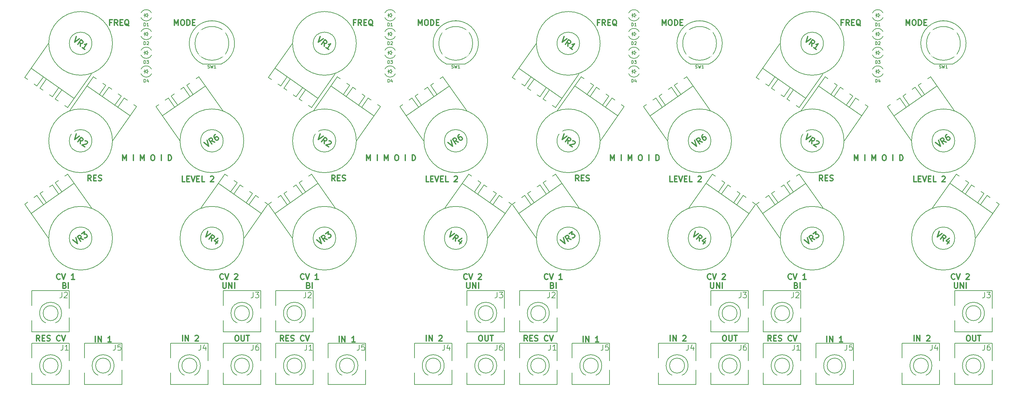
<source format=gto>
G04 #@! TF.FileFunction,Legend,Top*
%FSLAX46Y46*%
G04 Gerber Fmt 4.6, Leading zero omitted, Abs format (unit mm)*
G04 Created by KiCad (PCBNEW 4.0.2-stable) date 2016-12-22 11:23:06 AM*
%MOMM*%
G01*
G04 APERTURE LIST*
%ADD10C,0.100000*%
%ADD11C,0.300000*%
%ADD12C,0.150000*%
%ADD13C,0.304800*%
%ADD14C,0.152400*%
%ADD15R,1.727200X1.727200*%
%ADD16O,1.727200X1.727200*%
%ADD17C,1.524000*%
%ADD18C,2.500000*%
%ADD19O,2.500000X4.000000*%
%ADD20O,2.000000X2.500000*%
%ADD21O,3.500000X1.500000*%
%ADD22C,1.998980*%
%ADD23R,1.200000X1.200000*%
%ADD24C,1.200000*%
%ADD25C,2.250000*%
G04 APERTURE END LIST*
D10*
D11*
X165250000Y-14892857D02*
X164750000Y-14892857D01*
X164750000Y-15678571D02*
X164750000Y-14178571D01*
X165464286Y-14178571D01*
X166892857Y-15678571D02*
X166392857Y-14964286D01*
X166035714Y-15678571D02*
X166035714Y-14178571D01*
X166607142Y-14178571D01*
X166750000Y-14250000D01*
X166821428Y-14321429D01*
X166892857Y-14464286D01*
X166892857Y-14678571D01*
X166821428Y-14821429D01*
X166750000Y-14892857D01*
X166607142Y-14964286D01*
X166035714Y-14964286D01*
X167535714Y-14892857D02*
X168035714Y-14892857D01*
X168250000Y-15678571D02*
X167535714Y-15678571D01*
X167535714Y-14178571D01*
X168250000Y-14178571D01*
X169892857Y-15821429D02*
X169750000Y-15750000D01*
X169607143Y-15607143D01*
X169392857Y-15392857D01*
X169250000Y-15321429D01*
X169107143Y-15321429D01*
X169178571Y-15678571D02*
X169035714Y-15607143D01*
X168892857Y-15464286D01*
X168821428Y-15178571D01*
X168821428Y-14678571D01*
X168892857Y-14392857D01*
X169035714Y-14250000D01*
X169178571Y-14178571D01*
X169464285Y-14178571D01*
X169607143Y-14250000D01*
X169750000Y-14392857D01*
X169821428Y-14678571D01*
X169821428Y-15178571D01*
X169750000Y-15464286D01*
X169607143Y-15607143D01*
X169464285Y-15678571D01*
X169178571Y-15678571D01*
X168235714Y-51778571D02*
X168235714Y-50278571D01*
X168735714Y-51350000D01*
X169235714Y-50278571D01*
X169235714Y-51778571D01*
X171092857Y-51778571D02*
X171092857Y-50278571D01*
X172950000Y-51778571D02*
X172950000Y-50278571D01*
X173450000Y-51350000D01*
X173950000Y-50278571D01*
X173950000Y-51778571D01*
X176092857Y-50278571D02*
X176378571Y-50278571D01*
X176521429Y-50350000D01*
X176664286Y-50492857D01*
X176735714Y-50778571D01*
X176735714Y-51278571D01*
X176664286Y-51564286D01*
X176521429Y-51707143D01*
X176378571Y-51778571D01*
X176092857Y-51778571D01*
X175950000Y-51707143D01*
X175807143Y-51564286D01*
X175735714Y-51278571D01*
X175735714Y-50778571D01*
X175807143Y-50492857D01*
X175950000Y-50350000D01*
X176092857Y-50278571D01*
X178521429Y-51778571D02*
X178521429Y-50278571D01*
X180378572Y-51778571D02*
X180378572Y-50278571D01*
X180735715Y-50278571D01*
X180950000Y-50350000D01*
X181092858Y-50492857D01*
X181164286Y-50635714D01*
X181235715Y-50921429D01*
X181235715Y-51135714D01*
X181164286Y-51421429D01*
X181092858Y-51564286D01*
X180950000Y-51707143D01*
X180735715Y-51778571D01*
X180378572Y-51778571D01*
X159821429Y-57178571D02*
X159321429Y-56464286D01*
X158964286Y-57178571D02*
X158964286Y-55678571D01*
X159535714Y-55678571D01*
X159678572Y-55750000D01*
X159750000Y-55821429D01*
X159821429Y-55964286D01*
X159821429Y-56178571D01*
X159750000Y-56321429D01*
X159678572Y-56392857D01*
X159535714Y-56464286D01*
X158964286Y-56464286D01*
X160464286Y-56392857D02*
X160964286Y-56392857D01*
X161178572Y-57178571D02*
X160464286Y-57178571D01*
X160464286Y-55678571D01*
X161178572Y-55678571D01*
X161750000Y-57107143D02*
X161964286Y-57178571D01*
X162321429Y-57178571D01*
X162464286Y-57107143D01*
X162535715Y-57035714D01*
X162607143Y-56892857D01*
X162607143Y-56750000D01*
X162535715Y-56607143D01*
X162464286Y-56535714D01*
X162321429Y-56464286D01*
X162035715Y-56392857D01*
X161892857Y-56321429D01*
X161821429Y-56250000D01*
X161750000Y-56107143D01*
X161750000Y-55964286D01*
X161821429Y-55821429D01*
X161892857Y-55750000D01*
X162035715Y-55678571D01*
X162392857Y-55678571D01*
X162607143Y-55750000D01*
X224821429Y-57178571D02*
X224321429Y-56464286D01*
X223964286Y-57178571D02*
X223964286Y-55678571D01*
X224535714Y-55678571D01*
X224678572Y-55750000D01*
X224750000Y-55821429D01*
X224821429Y-55964286D01*
X224821429Y-56178571D01*
X224750000Y-56321429D01*
X224678572Y-56392857D01*
X224535714Y-56464286D01*
X223964286Y-56464286D01*
X225464286Y-56392857D02*
X225964286Y-56392857D01*
X226178572Y-57178571D02*
X225464286Y-57178571D01*
X225464286Y-55678571D01*
X226178572Y-55678571D01*
X226750000Y-57107143D02*
X226964286Y-57178571D01*
X227321429Y-57178571D01*
X227464286Y-57107143D01*
X227535715Y-57035714D01*
X227607143Y-56892857D01*
X227607143Y-56750000D01*
X227535715Y-56607143D01*
X227464286Y-56535714D01*
X227321429Y-56464286D01*
X227035715Y-56392857D01*
X226892857Y-56321429D01*
X226821429Y-56250000D01*
X226750000Y-56107143D01*
X226750000Y-55964286D01*
X226821429Y-55821429D01*
X226892857Y-55750000D01*
X227035715Y-55678571D01*
X227392857Y-55678571D01*
X227607143Y-55750000D01*
X160928572Y-100178571D02*
X160928572Y-98678571D01*
X161642858Y-100178571D02*
X161642858Y-98678571D01*
X162500001Y-100178571D01*
X162500001Y-98678571D01*
X165142858Y-100178571D02*
X164285715Y-100178571D01*
X164714287Y-100178571D02*
X164714287Y-98678571D01*
X164571430Y-98892857D01*
X164428572Y-99035714D01*
X164285715Y-99107143D01*
X151535715Y-83335714D02*
X151464286Y-83407143D01*
X151250000Y-83478571D01*
X151107143Y-83478571D01*
X150892858Y-83407143D01*
X150750000Y-83264286D01*
X150678572Y-83121429D01*
X150607143Y-82835714D01*
X150607143Y-82621429D01*
X150678572Y-82335714D01*
X150750000Y-82192857D01*
X150892858Y-82050000D01*
X151107143Y-81978571D01*
X151250000Y-81978571D01*
X151464286Y-82050000D01*
X151535715Y-82121429D01*
X151964286Y-81978571D02*
X152464286Y-83478571D01*
X152964286Y-81978571D01*
X155392857Y-83478571D02*
X154535714Y-83478571D01*
X154964286Y-83478571D02*
X154964286Y-81978571D01*
X154821429Y-82192857D01*
X154678571Y-82335714D01*
X154535714Y-82407143D01*
X152750000Y-85092857D02*
X152964286Y-85164286D01*
X153035714Y-85235714D01*
X153107143Y-85378571D01*
X153107143Y-85592857D01*
X153035714Y-85735714D01*
X152964286Y-85807143D01*
X152821428Y-85878571D01*
X152250000Y-85878571D01*
X152250000Y-84378571D01*
X152750000Y-84378571D01*
X152892857Y-84450000D01*
X152964286Y-84521429D01*
X153035714Y-84664286D01*
X153035714Y-84807143D01*
X152964286Y-84950000D01*
X152892857Y-85021429D01*
X152750000Y-85092857D01*
X152250000Y-85092857D01*
X153750000Y-85878571D02*
X153750000Y-84378571D01*
X146107144Y-99928571D02*
X145607144Y-99214286D01*
X145250001Y-99928571D02*
X145250001Y-98428571D01*
X145821429Y-98428571D01*
X145964287Y-98500000D01*
X146035715Y-98571429D01*
X146107144Y-98714286D01*
X146107144Y-98928571D01*
X146035715Y-99071429D01*
X145964287Y-99142857D01*
X145821429Y-99214286D01*
X145250001Y-99214286D01*
X146750001Y-99142857D02*
X147250001Y-99142857D01*
X147464287Y-99928571D02*
X146750001Y-99928571D01*
X146750001Y-98428571D01*
X147464287Y-98428571D01*
X148035715Y-99857143D02*
X148250001Y-99928571D01*
X148607144Y-99928571D01*
X148750001Y-99857143D01*
X148821430Y-99785714D01*
X148892858Y-99642857D01*
X148892858Y-99500000D01*
X148821430Y-99357143D01*
X148750001Y-99285714D01*
X148607144Y-99214286D01*
X148321430Y-99142857D01*
X148178572Y-99071429D01*
X148107144Y-99000000D01*
X148035715Y-98857143D01*
X148035715Y-98714286D01*
X148107144Y-98571429D01*
X148178572Y-98500000D01*
X148321430Y-98428571D01*
X148678572Y-98428571D01*
X148892858Y-98500000D01*
X151535715Y-99785714D02*
X151464286Y-99857143D01*
X151250000Y-99928571D01*
X151107143Y-99928571D01*
X150892858Y-99857143D01*
X150750000Y-99714286D01*
X150678572Y-99571429D01*
X150607143Y-99285714D01*
X150607143Y-99071429D01*
X150678572Y-98785714D01*
X150750000Y-98642857D01*
X150892858Y-98500000D01*
X151107143Y-98428571D01*
X151250000Y-98428571D01*
X151464286Y-98500000D01*
X151535715Y-98571429D01*
X151964286Y-98428571D02*
X152464286Y-99928571D01*
X152964286Y-98428571D01*
X216535715Y-83335714D02*
X216464286Y-83407143D01*
X216250000Y-83478571D01*
X216107143Y-83478571D01*
X215892858Y-83407143D01*
X215750000Y-83264286D01*
X215678572Y-83121429D01*
X215607143Y-82835714D01*
X215607143Y-82621429D01*
X215678572Y-82335714D01*
X215750000Y-82192857D01*
X215892858Y-82050000D01*
X216107143Y-81978571D01*
X216250000Y-81978571D01*
X216464286Y-82050000D01*
X216535715Y-82121429D01*
X216964286Y-81978571D02*
X217464286Y-83478571D01*
X217964286Y-81978571D01*
X220392857Y-83478571D02*
X219535714Y-83478571D01*
X219964286Y-83478571D02*
X219964286Y-81978571D01*
X219821429Y-82192857D01*
X219678571Y-82335714D01*
X219535714Y-82407143D01*
X217750000Y-85092857D02*
X217964286Y-85164286D01*
X218035714Y-85235714D01*
X218107143Y-85378571D01*
X218107143Y-85592857D01*
X218035714Y-85735714D01*
X217964286Y-85807143D01*
X217821428Y-85878571D01*
X217250000Y-85878571D01*
X217250000Y-84378571D01*
X217750000Y-84378571D01*
X217892857Y-84450000D01*
X217964286Y-84521429D01*
X218035714Y-84664286D01*
X218035714Y-84807143D01*
X217964286Y-84950000D01*
X217892857Y-85021429D01*
X217750000Y-85092857D01*
X217250000Y-85092857D01*
X218750000Y-85878571D02*
X218750000Y-84378571D01*
X211107144Y-99928571D02*
X210607144Y-99214286D01*
X210250001Y-99928571D02*
X210250001Y-98428571D01*
X210821429Y-98428571D01*
X210964287Y-98500000D01*
X211035715Y-98571429D01*
X211107144Y-98714286D01*
X211107144Y-98928571D01*
X211035715Y-99071429D01*
X210964287Y-99142857D01*
X210821429Y-99214286D01*
X210250001Y-99214286D01*
X211750001Y-99142857D02*
X212250001Y-99142857D01*
X212464287Y-99928571D02*
X211750001Y-99928571D01*
X211750001Y-98428571D01*
X212464287Y-98428571D01*
X213035715Y-99857143D02*
X213250001Y-99928571D01*
X213607144Y-99928571D01*
X213750001Y-99857143D01*
X213821430Y-99785714D01*
X213892858Y-99642857D01*
X213892858Y-99500000D01*
X213821430Y-99357143D01*
X213750001Y-99285714D01*
X213607144Y-99214286D01*
X213321430Y-99142857D01*
X213178572Y-99071429D01*
X213107144Y-99000000D01*
X213035715Y-98857143D01*
X213035715Y-98714286D01*
X213107144Y-98571429D01*
X213178572Y-98500000D01*
X213321430Y-98428571D01*
X213678572Y-98428571D01*
X213892858Y-98500000D01*
X216535715Y-99785714D02*
X216464286Y-99857143D01*
X216250000Y-99928571D01*
X216107143Y-99928571D01*
X215892858Y-99857143D01*
X215750000Y-99714286D01*
X215678572Y-99571429D01*
X215607143Y-99285714D01*
X215607143Y-99071429D01*
X215678572Y-98785714D01*
X215750000Y-98642857D01*
X215892858Y-98500000D01*
X216107143Y-98428571D01*
X216250000Y-98428571D01*
X216464286Y-98500000D01*
X216535715Y-98571429D01*
X216964286Y-98428571D02*
X217464286Y-99928571D01*
X217964286Y-98428571D01*
X184821429Y-57428571D02*
X184107143Y-57428571D01*
X184107143Y-55928571D01*
X185321429Y-56642857D02*
X185821429Y-56642857D01*
X186035715Y-57428571D02*
X185321429Y-57428571D01*
X185321429Y-55928571D01*
X186035715Y-55928571D01*
X186464286Y-55928571D02*
X186964286Y-57428571D01*
X187464286Y-55928571D01*
X187964286Y-56642857D02*
X188464286Y-56642857D01*
X188678572Y-57428571D02*
X187964286Y-57428571D01*
X187964286Y-55928571D01*
X188678572Y-55928571D01*
X190035715Y-57428571D02*
X189321429Y-57428571D01*
X189321429Y-55928571D01*
X191607143Y-56071429D02*
X191678572Y-56000000D01*
X191821429Y-55928571D01*
X192178572Y-55928571D01*
X192321429Y-56000000D01*
X192392858Y-56071429D01*
X192464286Y-56214286D01*
X192464286Y-56357143D01*
X192392858Y-56571429D01*
X191535715Y-57428571D01*
X192464286Y-57428571D01*
X195035715Y-83335714D02*
X194964286Y-83407143D01*
X194750000Y-83478571D01*
X194607143Y-83478571D01*
X194392858Y-83407143D01*
X194250000Y-83264286D01*
X194178572Y-83121429D01*
X194107143Y-82835714D01*
X194107143Y-82621429D01*
X194178572Y-82335714D01*
X194250000Y-82192857D01*
X194392858Y-82050000D01*
X194607143Y-81978571D01*
X194750000Y-81978571D01*
X194964286Y-82050000D01*
X195035715Y-82121429D01*
X195464286Y-81978571D02*
X195964286Y-83478571D01*
X196464286Y-81978571D01*
X198035714Y-82121429D02*
X198107143Y-82050000D01*
X198250000Y-81978571D01*
X198607143Y-81978571D01*
X198750000Y-82050000D01*
X198821429Y-82121429D01*
X198892857Y-82264286D01*
X198892857Y-82407143D01*
X198821429Y-82621429D01*
X197964286Y-83478571D01*
X198892857Y-83478571D01*
X194928571Y-84378571D02*
X194928571Y-85592857D01*
X194999999Y-85735714D01*
X195071428Y-85807143D01*
X195214285Y-85878571D01*
X195499999Y-85878571D01*
X195642857Y-85807143D01*
X195714285Y-85735714D01*
X195785714Y-85592857D01*
X195785714Y-84378571D01*
X196500000Y-85878571D02*
X196500000Y-84378571D01*
X197357143Y-85878571D01*
X197357143Y-84378571D01*
X198071429Y-85878571D02*
X198071429Y-84378571D01*
X184178572Y-99928571D02*
X184178572Y-98428571D01*
X184892858Y-99928571D02*
X184892858Y-98428571D01*
X185750001Y-99928571D01*
X185750001Y-98428571D01*
X187535715Y-98571429D02*
X187607144Y-98500000D01*
X187750001Y-98428571D01*
X188107144Y-98428571D01*
X188250001Y-98500000D01*
X188321430Y-98571429D01*
X188392858Y-98714286D01*
X188392858Y-98857143D01*
X188321430Y-99071429D01*
X187464287Y-99928571D01*
X188392858Y-99928571D01*
X198500000Y-98428571D02*
X198785714Y-98428571D01*
X198928572Y-98500000D01*
X199071429Y-98642857D01*
X199142857Y-98928571D01*
X199142857Y-99428571D01*
X199071429Y-99714286D01*
X198928572Y-99857143D01*
X198785714Y-99928571D01*
X198500000Y-99928571D01*
X198357143Y-99857143D01*
X198214286Y-99714286D01*
X198142857Y-99428571D01*
X198142857Y-98928571D01*
X198214286Y-98642857D01*
X198357143Y-98500000D01*
X198500000Y-98428571D01*
X199785715Y-98428571D02*
X199785715Y-99642857D01*
X199857143Y-99785714D01*
X199928572Y-99857143D01*
X200071429Y-99928571D01*
X200357143Y-99928571D01*
X200500001Y-99857143D01*
X200571429Y-99785714D01*
X200642858Y-99642857D01*
X200642858Y-98428571D01*
X201142858Y-98428571D02*
X202000001Y-98428571D01*
X201571430Y-99928571D02*
X201571430Y-98428571D01*
X233235714Y-51778571D02*
X233235714Y-50278571D01*
X233735714Y-51350000D01*
X234235714Y-50278571D01*
X234235714Y-51778571D01*
X236092857Y-51778571D02*
X236092857Y-50278571D01*
X237950000Y-51778571D02*
X237950000Y-50278571D01*
X238450000Y-51350000D01*
X238950000Y-50278571D01*
X238950000Y-51778571D01*
X241092857Y-50278571D02*
X241378571Y-50278571D01*
X241521429Y-50350000D01*
X241664286Y-50492857D01*
X241735714Y-50778571D01*
X241735714Y-51278571D01*
X241664286Y-51564286D01*
X241521429Y-51707143D01*
X241378571Y-51778571D01*
X241092857Y-51778571D01*
X240950000Y-51707143D01*
X240807143Y-51564286D01*
X240735714Y-51278571D01*
X240735714Y-50778571D01*
X240807143Y-50492857D01*
X240950000Y-50350000D01*
X241092857Y-50278571D01*
X243521429Y-51778571D02*
X243521429Y-50278571D01*
X245378572Y-51778571D02*
X245378572Y-50278571D01*
X245735715Y-50278571D01*
X245950000Y-50350000D01*
X246092858Y-50492857D01*
X246164286Y-50635714D01*
X246235715Y-50921429D01*
X246235715Y-51135714D01*
X246164286Y-51421429D01*
X246092858Y-51564286D01*
X245950000Y-51707143D01*
X245735715Y-51778571D01*
X245378572Y-51778571D01*
X249178572Y-99928571D02*
X249178572Y-98428571D01*
X249892858Y-99928571D02*
X249892858Y-98428571D01*
X250750001Y-99928571D01*
X250750001Y-98428571D01*
X252535715Y-98571429D02*
X252607144Y-98500000D01*
X252750001Y-98428571D01*
X253107144Y-98428571D01*
X253250001Y-98500000D01*
X253321430Y-98571429D01*
X253392858Y-98714286D01*
X253392858Y-98857143D01*
X253321430Y-99071429D01*
X252464287Y-99928571D01*
X253392858Y-99928571D01*
X225928572Y-100178571D02*
X225928572Y-98678571D01*
X226642858Y-100178571D02*
X226642858Y-98678571D01*
X227500001Y-100178571D01*
X227500001Y-98678571D01*
X230142858Y-100178571D02*
X229285715Y-100178571D01*
X229714287Y-100178571D02*
X229714287Y-98678571D01*
X229571430Y-98892857D01*
X229428572Y-99035714D01*
X229285715Y-99107143D01*
X263500000Y-98428571D02*
X263785714Y-98428571D01*
X263928572Y-98500000D01*
X264071429Y-98642857D01*
X264142857Y-98928571D01*
X264142857Y-99428571D01*
X264071429Y-99714286D01*
X263928572Y-99857143D01*
X263785714Y-99928571D01*
X263500000Y-99928571D01*
X263357143Y-99857143D01*
X263214286Y-99714286D01*
X263142857Y-99428571D01*
X263142857Y-98928571D01*
X263214286Y-98642857D01*
X263357143Y-98500000D01*
X263500000Y-98428571D01*
X264785715Y-98428571D02*
X264785715Y-99642857D01*
X264857143Y-99785714D01*
X264928572Y-99857143D01*
X265071429Y-99928571D01*
X265357143Y-99928571D01*
X265500001Y-99857143D01*
X265571429Y-99785714D01*
X265642858Y-99642857D01*
X265642858Y-98428571D01*
X266142858Y-98428571D02*
X267000001Y-98428571D01*
X266571430Y-99928571D02*
X266571430Y-98428571D01*
X260035715Y-83335714D02*
X259964286Y-83407143D01*
X259750000Y-83478571D01*
X259607143Y-83478571D01*
X259392858Y-83407143D01*
X259250000Y-83264286D01*
X259178572Y-83121429D01*
X259107143Y-82835714D01*
X259107143Y-82621429D01*
X259178572Y-82335714D01*
X259250000Y-82192857D01*
X259392858Y-82050000D01*
X259607143Y-81978571D01*
X259750000Y-81978571D01*
X259964286Y-82050000D01*
X260035715Y-82121429D01*
X260464286Y-81978571D02*
X260964286Y-83478571D01*
X261464286Y-81978571D01*
X263035714Y-82121429D02*
X263107143Y-82050000D01*
X263250000Y-81978571D01*
X263607143Y-81978571D01*
X263750000Y-82050000D01*
X263821429Y-82121429D01*
X263892857Y-82264286D01*
X263892857Y-82407143D01*
X263821429Y-82621429D01*
X262964286Y-83478571D01*
X263892857Y-83478571D01*
X259928571Y-84378571D02*
X259928571Y-85592857D01*
X259999999Y-85735714D01*
X260071428Y-85807143D01*
X260214285Y-85878571D01*
X260499999Y-85878571D01*
X260642857Y-85807143D01*
X260714285Y-85735714D01*
X260785714Y-85592857D01*
X260785714Y-84378571D01*
X261500000Y-85878571D02*
X261500000Y-84378571D01*
X262357143Y-85878571D01*
X262357143Y-84378571D01*
X263071429Y-85878571D02*
X263071429Y-84378571D01*
X249821429Y-57428571D02*
X249107143Y-57428571D01*
X249107143Y-55928571D01*
X250321429Y-56642857D02*
X250821429Y-56642857D01*
X251035715Y-57428571D02*
X250321429Y-57428571D01*
X250321429Y-55928571D01*
X251035715Y-55928571D01*
X251464286Y-55928571D02*
X251964286Y-57428571D01*
X252464286Y-55928571D01*
X252964286Y-56642857D02*
X253464286Y-56642857D01*
X253678572Y-57428571D02*
X252964286Y-57428571D01*
X252964286Y-55928571D01*
X253678572Y-55928571D01*
X255035715Y-57428571D02*
X254321429Y-57428571D01*
X254321429Y-55928571D01*
X256607143Y-56071429D02*
X256678572Y-56000000D01*
X256821429Y-55928571D01*
X257178572Y-55928571D01*
X257321429Y-56000000D01*
X257392858Y-56071429D01*
X257464286Y-56214286D01*
X257464286Y-56357143D01*
X257392858Y-56571429D01*
X256535715Y-57428571D01*
X257464286Y-57428571D01*
X230250000Y-14892857D02*
X229750000Y-14892857D01*
X229750000Y-15678571D02*
X229750000Y-14178571D01*
X230464286Y-14178571D01*
X231892857Y-15678571D02*
X231392857Y-14964286D01*
X231035714Y-15678571D02*
X231035714Y-14178571D01*
X231607142Y-14178571D01*
X231750000Y-14250000D01*
X231821428Y-14321429D01*
X231892857Y-14464286D01*
X231892857Y-14678571D01*
X231821428Y-14821429D01*
X231750000Y-14892857D01*
X231607142Y-14964286D01*
X231035714Y-14964286D01*
X232535714Y-14892857D02*
X233035714Y-14892857D01*
X233250000Y-15678571D02*
X232535714Y-15678571D01*
X232535714Y-14178571D01*
X233250000Y-14178571D01*
X234892857Y-15821429D02*
X234750000Y-15750000D01*
X234607143Y-15607143D01*
X234392857Y-15392857D01*
X234250000Y-15321429D01*
X234107143Y-15321429D01*
X234178571Y-15678571D02*
X234035714Y-15607143D01*
X233892857Y-15464286D01*
X233821428Y-15178571D01*
X233821428Y-14678571D01*
X233892857Y-14392857D01*
X234035714Y-14250000D01*
X234178571Y-14178571D01*
X234464285Y-14178571D01*
X234607143Y-14250000D01*
X234750000Y-14392857D01*
X234821428Y-14678571D01*
X234821428Y-15178571D01*
X234750000Y-15464286D01*
X234607143Y-15607143D01*
X234464285Y-15678571D01*
X234178571Y-15678571D01*
X182035714Y-15678571D02*
X182035714Y-14178571D01*
X182535714Y-15250000D01*
X183035714Y-14178571D01*
X183035714Y-15678571D01*
X184035714Y-14178571D02*
X184321428Y-14178571D01*
X184464286Y-14250000D01*
X184607143Y-14392857D01*
X184678571Y-14678571D01*
X184678571Y-15178571D01*
X184607143Y-15464286D01*
X184464286Y-15607143D01*
X184321428Y-15678571D01*
X184035714Y-15678571D01*
X183892857Y-15607143D01*
X183750000Y-15464286D01*
X183678571Y-15178571D01*
X183678571Y-14678571D01*
X183750000Y-14392857D01*
X183892857Y-14250000D01*
X184035714Y-14178571D01*
X185321429Y-15678571D02*
X185321429Y-14178571D01*
X185678572Y-14178571D01*
X185892857Y-14250000D01*
X186035715Y-14392857D01*
X186107143Y-14535714D01*
X186178572Y-14821429D01*
X186178572Y-15035714D01*
X186107143Y-15321429D01*
X186035715Y-15464286D01*
X185892857Y-15607143D01*
X185678572Y-15678571D01*
X185321429Y-15678571D01*
X186821429Y-14892857D02*
X187321429Y-14892857D01*
X187535715Y-15678571D02*
X186821429Y-15678571D01*
X186821429Y-14178571D01*
X187535715Y-14178571D01*
X247035714Y-15678571D02*
X247035714Y-14178571D01*
X247535714Y-15250000D01*
X248035714Y-14178571D01*
X248035714Y-15678571D01*
X249035714Y-14178571D02*
X249321428Y-14178571D01*
X249464286Y-14250000D01*
X249607143Y-14392857D01*
X249678571Y-14678571D01*
X249678571Y-15178571D01*
X249607143Y-15464286D01*
X249464286Y-15607143D01*
X249321428Y-15678571D01*
X249035714Y-15678571D01*
X248892857Y-15607143D01*
X248750000Y-15464286D01*
X248678571Y-15178571D01*
X248678571Y-14678571D01*
X248750000Y-14392857D01*
X248892857Y-14250000D01*
X249035714Y-14178571D01*
X250321429Y-15678571D02*
X250321429Y-14178571D01*
X250678572Y-14178571D01*
X250892857Y-14250000D01*
X251035715Y-14392857D01*
X251107143Y-14535714D01*
X251178572Y-14821429D01*
X251178572Y-15035714D01*
X251107143Y-15321429D01*
X251035715Y-15464286D01*
X250892857Y-15607143D01*
X250678572Y-15678571D01*
X250321429Y-15678571D01*
X251821429Y-14892857D02*
X252321429Y-14892857D01*
X252535715Y-15678571D02*
X251821429Y-15678571D01*
X251821429Y-14178571D01*
X252535715Y-14178571D01*
X81107144Y-99928571D02*
X80607144Y-99214286D01*
X80250001Y-99928571D02*
X80250001Y-98428571D01*
X80821429Y-98428571D01*
X80964287Y-98500000D01*
X81035715Y-98571429D01*
X81107144Y-98714286D01*
X81107144Y-98928571D01*
X81035715Y-99071429D01*
X80964287Y-99142857D01*
X80821429Y-99214286D01*
X80250001Y-99214286D01*
X81750001Y-99142857D02*
X82250001Y-99142857D01*
X82464287Y-99928571D02*
X81750001Y-99928571D01*
X81750001Y-98428571D01*
X82464287Y-98428571D01*
X83035715Y-99857143D02*
X83250001Y-99928571D01*
X83607144Y-99928571D01*
X83750001Y-99857143D01*
X83821430Y-99785714D01*
X83892858Y-99642857D01*
X83892858Y-99500000D01*
X83821430Y-99357143D01*
X83750001Y-99285714D01*
X83607144Y-99214286D01*
X83321430Y-99142857D01*
X83178572Y-99071429D01*
X83107144Y-99000000D01*
X83035715Y-98857143D01*
X83035715Y-98714286D01*
X83107144Y-98571429D01*
X83178572Y-98500000D01*
X83321430Y-98428571D01*
X83678572Y-98428571D01*
X83892858Y-98500000D01*
X86535715Y-99785714D02*
X86464286Y-99857143D01*
X86250000Y-99928571D01*
X86107143Y-99928571D01*
X85892858Y-99857143D01*
X85750000Y-99714286D01*
X85678572Y-99571429D01*
X85607143Y-99285714D01*
X85607143Y-99071429D01*
X85678572Y-98785714D01*
X85750000Y-98642857D01*
X85892858Y-98500000D01*
X86107143Y-98428571D01*
X86250000Y-98428571D01*
X86464286Y-98500000D01*
X86535715Y-98571429D01*
X86964286Y-98428571D02*
X87464286Y-99928571D01*
X87964286Y-98428571D01*
X95928572Y-100178571D02*
X95928572Y-98678571D01*
X96642858Y-100178571D02*
X96642858Y-98678571D01*
X97500001Y-100178571D01*
X97500001Y-98678571D01*
X100142858Y-100178571D02*
X99285715Y-100178571D01*
X99714287Y-100178571D02*
X99714287Y-98678571D01*
X99571430Y-98892857D01*
X99428572Y-99035714D01*
X99285715Y-99107143D01*
X94821429Y-57178571D02*
X94321429Y-56464286D01*
X93964286Y-57178571D02*
X93964286Y-55678571D01*
X94535714Y-55678571D01*
X94678572Y-55750000D01*
X94750000Y-55821429D01*
X94821429Y-55964286D01*
X94821429Y-56178571D01*
X94750000Y-56321429D01*
X94678572Y-56392857D01*
X94535714Y-56464286D01*
X93964286Y-56464286D01*
X95464286Y-56392857D02*
X95964286Y-56392857D01*
X96178572Y-57178571D02*
X95464286Y-57178571D01*
X95464286Y-55678571D01*
X96178572Y-55678571D01*
X96750000Y-57107143D02*
X96964286Y-57178571D01*
X97321429Y-57178571D01*
X97464286Y-57107143D01*
X97535715Y-57035714D01*
X97607143Y-56892857D01*
X97607143Y-56750000D01*
X97535715Y-56607143D01*
X97464286Y-56535714D01*
X97321429Y-56464286D01*
X97035715Y-56392857D01*
X96892857Y-56321429D01*
X96821429Y-56250000D01*
X96750000Y-56107143D01*
X96750000Y-55964286D01*
X96821429Y-55821429D01*
X96892857Y-55750000D01*
X97035715Y-55678571D01*
X97392857Y-55678571D01*
X97607143Y-55750000D01*
X86535715Y-83335714D02*
X86464286Y-83407143D01*
X86250000Y-83478571D01*
X86107143Y-83478571D01*
X85892858Y-83407143D01*
X85750000Y-83264286D01*
X85678572Y-83121429D01*
X85607143Y-82835714D01*
X85607143Y-82621429D01*
X85678572Y-82335714D01*
X85750000Y-82192857D01*
X85892858Y-82050000D01*
X86107143Y-81978571D01*
X86250000Y-81978571D01*
X86464286Y-82050000D01*
X86535715Y-82121429D01*
X86964286Y-81978571D02*
X87464286Y-83478571D01*
X87964286Y-81978571D01*
X90392857Y-83478571D02*
X89535714Y-83478571D01*
X89964286Y-83478571D02*
X89964286Y-81978571D01*
X89821429Y-82192857D01*
X89678571Y-82335714D01*
X89535714Y-82407143D01*
X87750000Y-85092857D02*
X87964286Y-85164286D01*
X88035714Y-85235714D01*
X88107143Y-85378571D01*
X88107143Y-85592857D01*
X88035714Y-85735714D01*
X87964286Y-85807143D01*
X87821428Y-85878571D01*
X87250000Y-85878571D01*
X87250000Y-84378571D01*
X87750000Y-84378571D01*
X87892857Y-84450000D01*
X87964286Y-84521429D01*
X88035714Y-84664286D01*
X88035714Y-84807143D01*
X87964286Y-84950000D01*
X87892857Y-85021429D01*
X87750000Y-85092857D01*
X87250000Y-85092857D01*
X88750000Y-85878571D02*
X88750000Y-84378571D01*
X133500000Y-98428571D02*
X133785714Y-98428571D01*
X133928572Y-98500000D01*
X134071429Y-98642857D01*
X134142857Y-98928571D01*
X134142857Y-99428571D01*
X134071429Y-99714286D01*
X133928572Y-99857143D01*
X133785714Y-99928571D01*
X133500000Y-99928571D01*
X133357143Y-99857143D01*
X133214286Y-99714286D01*
X133142857Y-99428571D01*
X133142857Y-98928571D01*
X133214286Y-98642857D01*
X133357143Y-98500000D01*
X133500000Y-98428571D01*
X134785715Y-98428571D02*
X134785715Y-99642857D01*
X134857143Y-99785714D01*
X134928572Y-99857143D01*
X135071429Y-99928571D01*
X135357143Y-99928571D01*
X135500001Y-99857143D01*
X135571429Y-99785714D01*
X135642858Y-99642857D01*
X135642858Y-98428571D01*
X136142858Y-98428571D02*
X137000001Y-98428571D01*
X136571430Y-99928571D02*
X136571430Y-98428571D01*
X130035715Y-83335714D02*
X129964286Y-83407143D01*
X129750000Y-83478571D01*
X129607143Y-83478571D01*
X129392858Y-83407143D01*
X129250000Y-83264286D01*
X129178572Y-83121429D01*
X129107143Y-82835714D01*
X129107143Y-82621429D01*
X129178572Y-82335714D01*
X129250000Y-82192857D01*
X129392858Y-82050000D01*
X129607143Y-81978571D01*
X129750000Y-81978571D01*
X129964286Y-82050000D01*
X130035715Y-82121429D01*
X130464286Y-81978571D02*
X130964286Y-83478571D01*
X131464286Y-81978571D01*
X133035714Y-82121429D02*
X133107143Y-82050000D01*
X133250000Y-81978571D01*
X133607143Y-81978571D01*
X133750000Y-82050000D01*
X133821429Y-82121429D01*
X133892857Y-82264286D01*
X133892857Y-82407143D01*
X133821429Y-82621429D01*
X132964286Y-83478571D01*
X133892857Y-83478571D01*
X129928571Y-84378571D02*
X129928571Y-85592857D01*
X129999999Y-85735714D01*
X130071428Y-85807143D01*
X130214285Y-85878571D01*
X130499999Y-85878571D01*
X130642857Y-85807143D01*
X130714285Y-85735714D01*
X130785714Y-85592857D01*
X130785714Y-84378571D01*
X131500000Y-85878571D02*
X131500000Y-84378571D01*
X132357143Y-85878571D01*
X132357143Y-84378571D01*
X133071429Y-85878571D02*
X133071429Y-84378571D01*
X119178572Y-99928571D02*
X119178572Y-98428571D01*
X119892858Y-99928571D02*
X119892858Y-98428571D01*
X120750001Y-99928571D01*
X120750001Y-98428571D01*
X122535715Y-98571429D02*
X122607144Y-98500000D01*
X122750001Y-98428571D01*
X123107144Y-98428571D01*
X123250001Y-98500000D01*
X123321430Y-98571429D01*
X123392858Y-98714286D01*
X123392858Y-98857143D01*
X123321430Y-99071429D01*
X122464287Y-99928571D01*
X123392858Y-99928571D01*
X103235714Y-51778571D02*
X103235714Y-50278571D01*
X103735714Y-51350000D01*
X104235714Y-50278571D01*
X104235714Y-51778571D01*
X106092857Y-51778571D02*
X106092857Y-50278571D01*
X107950000Y-51778571D02*
X107950000Y-50278571D01*
X108450000Y-51350000D01*
X108950000Y-50278571D01*
X108950000Y-51778571D01*
X111092857Y-50278571D02*
X111378571Y-50278571D01*
X111521429Y-50350000D01*
X111664286Y-50492857D01*
X111735714Y-50778571D01*
X111735714Y-51278571D01*
X111664286Y-51564286D01*
X111521429Y-51707143D01*
X111378571Y-51778571D01*
X111092857Y-51778571D01*
X110950000Y-51707143D01*
X110807143Y-51564286D01*
X110735714Y-51278571D01*
X110735714Y-50778571D01*
X110807143Y-50492857D01*
X110950000Y-50350000D01*
X111092857Y-50278571D01*
X113521429Y-51778571D02*
X113521429Y-50278571D01*
X115378572Y-51778571D02*
X115378572Y-50278571D01*
X115735715Y-50278571D01*
X115950000Y-50350000D01*
X116092858Y-50492857D01*
X116164286Y-50635714D01*
X116235715Y-50921429D01*
X116235715Y-51135714D01*
X116164286Y-51421429D01*
X116092858Y-51564286D01*
X115950000Y-51707143D01*
X115735715Y-51778571D01*
X115378572Y-51778571D01*
X119821429Y-57428571D02*
X119107143Y-57428571D01*
X119107143Y-55928571D01*
X120321429Y-56642857D02*
X120821429Y-56642857D01*
X121035715Y-57428571D02*
X120321429Y-57428571D01*
X120321429Y-55928571D01*
X121035715Y-55928571D01*
X121464286Y-55928571D02*
X121964286Y-57428571D01*
X122464286Y-55928571D01*
X122964286Y-56642857D02*
X123464286Y-56642857D01*
X123678572Y-57428571D02*
X122964286Y-57428571D01*
X122964286Y-55928571D01*
X123678572Y-55928571D01*
X125035715Y-57428571D02*
X124321429Y-57428571D01*
X124321429Y-55928571D01*
X126607143Y-56071429D02*
X126678572Y-56000000D01*
X126821429Y-55928571D01*
X127178572Y-55928571D01*
X127321429Y-56000000D01*
X127392858Y-56071429D01*
X127464286Y-56214286D01*
X127464286Y-56357143D01*
X127392858Y-56571429D01*
X126535715Y-57428571D01*
X127464286Y-57428571D01*
X117035714Y-15678571D02*
X117035714Y-14178571D01*
X117535714Y-15250000D01*
X118035714Y-14178571D01*
X118035714Y-15678571D01*
X119035714Y-14178571D02*
X119321428Y-14178571D01*
X119464286Y-14250000D01*
X119607143Y-14392857D01*
X119678571Y-14678571D01*
X119678571Y-15178571D01*
X119607143Y-15464286D01*
X119464286Y-15607143D01*
X119321428Y-15678571D01*
X119035714Y-15678571D01*
X118892857Y-15607143D01*
X118750000Y-15464286D01*
X118678571Y-15178571D01*
X118678571Y-14678571D01*
X118750000Y-14392857D01*
X118892857Y-14250000D01*
X119035714Y-14178571D01*
X120321429Y-15678571D02*
X120321429Y-14178571D01*
X120678572Y-14178571D01*
X120892857Y-14250000D01*
X121035715Y-14392857D01*
X121107143Y-14535714D01*
X121178572Y-14821429D01*
X121178572Y-15035714D01*
X121107143Y-15321429D01*
X121035715Y-15464286D01*
X120892857Y-15607143D01*
X120678572Y-15678571D01*
X120321429Y-15678571D01*
X121821429Y-14892857D02*
X122321429Y-14892857D01*
X122535715Y-15678571D02*
X121821429Y-15678571D01*
X121821429Y-14178571D01*
X122535715Y-14178571D01*
X100250000Y-14892857D02*
X99750000Y-14892857D01*
X99750000Y-15678571D02*
X99750000Y-14178571D01*
X100464286Y-14178571D01*
X101892857Y-15678571D02*
X101392857Y-14964286D01*
X101035714Y-15678571D02*
X101035714Y-14178571D01*
X101607142Y-14178571D01*
X101750000Y-14250000D01*
X101821428Y-14321429D01*
X101892857Y-14464286D01*
X101892857Y-14678571D01*
X101821428Y-14821429D01*
X101750000Y-14892857D01*
X101607142Y-14964286D01*
X101035714Y-14964286D01*
X102535714Y-14892857D02*
X103035714Y-14892857D01*
X103250000Y-15678571D02*
X102535714Y-15678571D01*
X102535714Y-14178571D01*
X103250000Y-14178571D01*
X104892857Y-15821429D02*
X104750000Y-15750000D01*
X104607143Y-15607143D01*
X104392857Y-15392857D01*
X104250000Y-15321429D01*
X104107143Y-15321429D01*
X104178571Y-15678571D02*
X104035714Y-15607143D01*
X103892857Y-15464286D01*
X103821428Y-15178571D01*
X103821428Y-14678571D01*
X103892857Y-14392857D01*
X104035714Y-14250000D01*
X104178571Y-14178571D01*
X104464285Y-14178571D01*
X104607143Y-14250000D01*
X104750000Y-14392857D01*
X104821428Y-14678571D01*
X104821428Y-15178571D01*
X104750000Y-15464286D01*
X104607143Y-15607143D01*
X104464285Y-15678571D01*
X104178571Y-15678571D01*
X52035714Y-15678571D02*
X52035714Y-14178571D01*
X52535714Y-15250000D01*
X53035714Y-14178571D01*
X53035714Y-15678571D01*
X54035714Y-14178571D02*
X54321428Y-14178571D01*
X54464286Y-14250000D01*
X54607143Y-14392857D01*
X54678571Y-14678571D01*
X54678571Y-15178571D01*
X54607143Y-15464286D01*
X54464286Y-15607143D01*
X54321428Y-15678571D01*
X54035714Y-15678571D01*
X53892857Y-15607143D01*
X53750000Y-15464286D01*
X53678571Y-15178571D01*
X53678571Y-14678571D01*
X53750000Y-14392857D01*
X53892857Y-14250000D01*
X54035714Y-14178571D01*
X55321429Y-15678571D02*
X55321429Y-14178571D01*
X55678572Y-14178571D01*
X55892857Y-14250000D01*
X56035715Y-14392857D01*
X56107143Y-14535714D01*
X56178572Y-14821429D01*
X56178572Y-15035714D01*
X56107143Y-15321429D01*
X56035715Y-15464286D01*
X55892857Y-15607143D01*
X55678572Y-15678571D01*
X55321429Y-15678571D01*
X56821429Y-14892857D02*
X57321429Y-14892857D01*
X57535715Y-15678571D02*
X56821429Y-15678571D01*
X56821429Y-14178571D01*
X57535715Y-14178571D01*
X35250000Y-14892857D02*
X34750000Y-14892857D01*
X34750000Y-15678571D02*
X34750000Y-14178571D01*
X35464286Y-14178571D01*
X36892857Y-15678571D02*
X36392857Y-14964286D01*
X36035714Y-15678571D02*
X36035714Y-14178571D01*
X36607142Y-14178571D01*
X36750000Y-14250000D01*
X36821428Y-14321429D01*
X36892857Y-14464286D01*
X36892857Y-14678571D01*
X36821428Y-14821429D01*
X36750000Y-14892857D01*
X36607142Y-14964286D01*
X36035714Y-14964286D01*
X37535714Y-14892857D02*
X38035714Y-14892857D01*
X38250000Y-15678571D02*
X37535714Y-15678571D01*
X37535714Y-14178571D01*
X38250000Y-14178571D01*
X39892857Y-15821429D02*
X39750000Y-15750000D01*
X39607143Y-15607143D01*
X39392857Y-15392857D01*
X39250000Y-15321429D01*
X39107143Y-15321429D01*
X39178571Y-15678571D02*
X39035714Y-15607143D01*
X38892857Y-15464286D01*
X38821428Y-15178571D01*
X38821428Y-14678571D01*
X38892857Y-14392857D01*
X39035714Y-14250000D01*
X39178571Y-14178571D01*
X39464285Y-14178571D01*
X39607143Y-14250000D01*
X39750000Y-14392857D01*
X39821428Y-14678571D01*
X39821428Y-15178571D01*
X39750000Y-15464286D01*
X39607143Y-15607143D01*
X39464285Y-15678571D01*
X39178571Y-15678571D01*
X29821429Y-57178571D02*
X29321429Y-56464286D01*
X28964286Y-57178571D02*
X28964286Y-55678571D01*
X29535714Y-55678571D01*
X29678572Y-55750000D01*
X29750000Y-55821429D01*
X29821429Y-55964286D01*
X29821429Y-56178571D01*
X29750000Y-56321429D01*
X29678572Y-56392857D01*
X29535714Y-56464286D01*
X28964286Y-56464286D01*
X30464286Y-56392857D02*
X30964286Y-56392857D01*
X31178572Y-57178571D02*
X30464286Y-57178571D01*
X30464286Y-55678571D01*
X31178572Y-55678571D01*
X31750000Y-57107143D02*
X31964286Y-57178571D01*
X32321429Y-57178571D01*
X32464286Y-57107143D01*
X32535715Y-57035714D01*
X32607143Y-56892857D01*
X32607143Y-56750000D01*
X32535715Y-56607143D01*
X32464286Y-56535714D01*
X32321429Y-56464286D01*
X32035715Y-56392857D01*
X31892857Y-56321429D01*
X31821429Y-56250000D01*
X31750000Y-56107143D01*
X31750000Y-55964286D01*
X31821429Y-55821429D01*
X31892857Y-55750000D01*
X32035715Y-55678571D01*
X32392857Y-55678571D01*
X32607143Y-55750000D01*
X54821429Y-57428571D02*
X54107143Y-57428571D01*
X54107143Y-55928571D01*
X55321429Y-56642857D02*
X55821429Y-56642857D01*
X56035715Y-57428571D02*
X55321429Y-57428571D01*
X55321429Y-55928571D01*
X56035715Y-55928571D01*
X56464286Y-55928571D02*
X56964286Y-57428571D01*
X57464286Y-55928571D01*
X57964286Y-56642857D02*
X58464286Y-56642857D01*
X58678572Y-57428571D02*
X57964286Y-57428571D01*
X57964286Y-55928571D01*
X58678572Y-55928571D01*
X60035715Y-57428571D02*
X59321429Y-57428571D01*
X59321429Y-55928571D01*
X61607143Y-56071429D02*
X61678572Y-56000000D01*
X61821429Y-55928571D01*
X62178572Y-55928571D01*
X62321429Y-56000000D01*
X62392858Y-56071429D01*
X62464286Y-56214286D01*
X62464286Y-56357143D01*
X62392858Y-56571429D01*
X61535715Y-57428571D01*
X62464286Y-57428571D01*
X68500000Y-98428571D02*
X68785714Y-98428571D01*
X68928572Y-98500000D01*
X69071429Y-98642857D01*
X69142857Y-98928571D01*
X69142857Y-99428571D01*
X69071429Y-99714286D01*
X68928572Y-99857143D01*
X68785714Y-99928571D01*
X68500000Y-99928571D01*
X68357143Y-99857143D01*
X68214286Y-99714286D01*
X68142857Y-99428571D01*
X68142857Y-98928571D01*
X68214286Y-98642857D01*
X68357143Y-98500000D01*
X68500000Y-98428571D01*
X69785715Y-98428571D02*
X69785715Y-99642857D01*
X69857143Y-99785714D01*
X69928572Y-99857143D01*
X70071429Y-99928571D01*
X70357143Y-99928571D01*
X70500001Y-99857143D01*
X70571429Y-99785714D01*
X70642858Y-99642857D01*
X70642858Y-98428571D01*
X71142858Y-98428571D02*
X72000001Y-98428571D01*
X71571430Y-99928571D02*
X71571430Y-98428571D01*
X54178572Y-99928571D02*
X54178572Y-98428571D01*
X54892858Y-99928571D02*
X54892858Y-98428571D01*
X55750001Y-99928571D01*
X55750001Y-98428571D01*
X57535715Y-98571429D02*
X57607144Y-98500000D01*
X57750001Y-98428571D01*
X58107144Y-98428571D01*
X58250001Y-98500000D01*
X58321430Y-98571429D01*
X58392858Y-98714286D01*
X58392858Y-98857143D01*
X58321430Y-99071429D01*
X57464287Y-99928571D01*
X58392858Y-99928571D01*
X30928572Y-100178571D02*
X30928572Y-98678571D01*
X31642858Y-100178571D02*
X31642858Y-98678571D01*
X32500001Y-100178571D01*
X32500001Y-98678571D01*
X35142858Y-100178571D02*
X34285715Y-100178571D01*
X34714287Y-100178571D02*
X34714287Y-98678571D01*
X34571430Y-98892857D01*
X34428572Y-99035714D01*
X34285715Y-99107143D01*
X16107144Y-99928571D02*
X15607144Y-99214286D01*
X15250001Y-99928571D02*
X15250001Y-98428571D01*
X15821429Y-98428571D01*
X15964287Y-98500000D01*
X16035715Y-98571429D01*
X16107144Y-98714286D01*
X16107144Y-98928571D01*
X16035715Y-99071429D01*
X15964287Y-99142857D01*
X15821429Y-99214286D01*
X15250001Y-99214286D01*
X16750001Y-99142857D02*
X17250001Y-99142857D01*
X17464287Y-99928571D02*
X16750001Y-99928571D01*
X16750001Y-98428571D01*
X17464287Y-98428571D01*
X18035715Y-99857143D02*
X18250001Y-99928571D01*
X18607144Y-99928571D01*
X18750001Y-99857143D01*
X18821430Y-99785714D01*
X18892858Y-99642857D01*
X18892858Y-99500000D01*
X18821430Y-99357143D01*
X18750001Y-99285714D01*
X18607144Y-99214286D01*
X18321430Y-99142857D01*
X18178572Y-99071429D01*
X18107144Y-99000000D01*
X18035715Y-98857143D01*
X18035715Y-98714286D01*
X18107144Y-98571429D01*
X18178572Y-98500000D01*
X18321430Y-98428571D01*
X18678572Y-98428571D01*
X18892858Y-98500000D01*
X21535715Y-99785714D02*
X21464286Y-99857143D01*
X21250000Y-99928571D01*
X21107143Y-99928571D01*
X20892858Y-99857143D01*
X20750000Y-99714286D01*
X20678572Y-99571429D01*
X20607143Y-99285714D01*
X20607143Y-99071429D01*
X20678572Y-98785714D01*
X20750000Y-98642857D01*
X20892858Y-98500000D01*
X21107143Y-98428571D01*
X21250000Y-98428571D01*
X21464286Y-98500000D01*
X21535715Y-98571429D01*
X21964286Y-98428571D02*
X22464286Y-99928571D01*
X22964286Y-98428571D01*
X21535715Y-83335714D02*
X21464286Y-83407143D01*
X21250000Y-83478571D01*
X21107143Y-83478571D01*
X20892858Y-83407143D01*
X20750000Y-83264286D01*
X20678572Y-83121429D01*
X20607143Y-82835714D01*
X20607143Y-82621429D01*
X20678572Y-82335714D01*
X20750000Y-82192857D01*
X20892858Y-82050000D01*
X21107143Y-81978571D01*
X21250000Y-81978571D01*
X21464286Y-82050000D01*
X21535715Y-82121429D01*
X21964286Y-81978571D02*
X22464286Y-83478571D01*
X22964286Y-81978571D01*
X25392857Y-83478571D02*
X24535714Y-83478571D01*
X24964286Y-83478571D02*
X24964286Y-81978571D01*
X24821429Y-82192857D01*
X24678571Y-82335714D01*
X24535714Y-82407143D01*
X22750000Y-85092857D02*
X22964286Y-85164286D01*
X23035714Y-85235714D01*
X23107143Y-85378571D01*
X23107143Y-85592857D01*
X23035714Y-85735714D01*
X22964286Y-85807143D01*
X22821428Y-85878571D01*
X22250000Y-85878571D01*
X22250000Y-84378571D01*
X22750000Y-84378571D01*
X22892857Y-84450000D01*
X22964286Y-84521429D01*
X23035714Y-84664286D01*
X23035714Y-84807143D01*
X22964286Y-84950000D01*
X22892857Y-85021429D01*
X22750000Y-85092857D01*
X22250000Y-85092857D01*
X23750000Y-85878571D02*
X23750000Y-84378571D01*
X65035715Y-83335714D02*
X64964286Y-83407143D01*
X64750000Y-83478571D01*
X64607143Y-83478571D01*
X64392858Y-83407143D01*
X64250000Y-83264286D01*
X64178572Y-83121429D01*
X64107143Y-82835714D01*
X64107143Y-82621429D01*
X64178572Y-82335714D01*
X64250000Y-82192857D01*
X64392858Y-82050000D01*
X64607143Y-81978571D01*
X64750000Y-81978571D01*
X64964286Y-82050000D01*
X65035715Y-82121429D01*
X65464286Y-81978571D02*
X65964286Y-83478571D01*
X66464286Y-81978571D01*
X68035714Y-82121429D02*
X68107143Y-82050000D01*
X68250000Y-81978571D01*
X68607143Y-81978571D01*
X68750000Y-82050000D01*
X68821429Y-82121429D01*
X68892857Y-82264286D01*
X68892857Y-82407143D01*
X68821429Y-82621429D01*
X67964286Y-83478571D01*
X68892857Y-83478571D01*
X64928571Y-84378571D02*
X64928571Y-85592857D01*
X64999999Y-85735714D01*
X65071428Y-85807143D01*
X65214285Y-85878571D01*
X65499999Y-85878571D01*
X65642857Y-85807143D01*
X65714285Y-85735714D01*
X65785714Y-85592857D01*
X65785714Y-84378571D01*
X66500000Y-85878571D02*
X66500000Y-84378571D01*
X67357143Y-85878571D01*
X67357143Y-84378571D01*
X68071429Y-85878571D02*
X68071429Y-84378571D01*
X38235714Y-51778571D02*
X38235714Y-50278571D01*
X38735714Y-51350000D01*
X39235714Y-50278571D01*
X39235714Y-51778571D01*
X41092857Y-51778571D02*
X41092857Y-50278571D01*
X42950000Y-51778571D02*
X42950000Y-50278571D01*
X43450000Y-51350000D01*
X43950000Y-50278571D01*
X43950000Y-51778571D01*
X46092857Y-50278571D02*
X46378571Y-50278571D01*
X46521429Y-50350000D01*
X46664286Y-50492857D01*
X46735714Y-50778571D01*
X46735714Y-51278571D01*
X46664286Y-51564286D01*
X46521429Y-51707143D01*
X46378571Y-51778571D01*
X46092857Y-51778571D01*
X45950000Y-51707143D01*
X45807143Y-51564286D01*
X45735714Y-51278571D01*
X45735714Y-50778571D01*
X45807143Y-50492857D01*
X45950000Y-50350000D01*
X46092857Y-50278571D01*
X48521429Y-51778571D02*
X48521429Y-50278571D01*
X50378572Y-51778571D02*
X50378572Y-50278571D01*
X50735715Y-50278571D01*
X50950000Y-50350000D01*
X51092858Y-50492857D01*
X51164286Y-50635714D01*
X51235715Y-50921429D01*
X51235715Y-51135714D01*
X51164286Y-51421429D01*
X51092858Y-51564286D01*
X50950000Y-51707143D01*
X50735715Y-51778571D01*
X50378572Y-51778571D01*
D12*
X253915476Y-106500000D02*
G75*
G03X253915476Y-106500000I-2915476J0D01*
G01*
X256000000Y-111500000D02*
X246000000Y-111500000D01*
X246000000Y-111500000D02*
X246000000Y-100500000D01*
X246000000Y-100500000D02*
X256000000Y-100500000D01*
X256000000Y-100500000D02*
X256000000Y-111500000D01*
X253000000Y-106500000D02*
G75*
G03X253000000Y-106500000I-2000000J0D01*
G01*
X230915476Y-106500000D02*
G75*
G03X230915476Y-106500000I-2915476J0D01*
G01*
X233000000Y-111500000D02*
X223000000Y-111500000D01*
X223000000Y-111500000D02*
X223000000Y-100500000D01*
X223000000Y-100500000D02*
X233000000Y-100500000D01*
X233000000Y-100500000D02*
X233000000Y-111500000D01*
X230000000Y-106500000D02*
G75*
G03X230000000Y-106500000I-2000000J0D01*
G01*
X267915476Y-92500000D02*
G75*
G03X267915476Y-92500000I-2915476J0D01*
G01*
X270000000Y-97500000D02*
X260000000Y-97500000D01*
X260000000Y-97500000D02*
X260000000Y-86500000D01*
X260000000Y-86500000D02*
X270000000Y-86500000D01*
X270000000Y-86500000D02*
X270000000Y-97500000D01*
X267000000Y-92500000D02*
G75*
G03X267000000Y-92500000I-2000000J0D01*
G01*
X266913950Y-63571753D02*
X268634679Y-61114297D01*
X268634679Y-61114297D02*
X271911287Y-63408602D01*
X262818190Y-60703871D02*
X264538919Y-58246414D01*
X264538919Y-58246414D02*
X267815527Y-60540720D01*
X267815527Y-60540720D02*
X266094798Y-62998176D01*
X260443159Y-55378532D02*
X263719767Y-57672838D01*
X263719767Y-57672838D02*
X261999038Y-60130294D01*
X270190558Y-65866058D02*
X258722429Y-57835988D01*
X260443159Y-55378532D02*
X254133818Y-64389205D01*
X271911287Y-63408602D02*
X265601946Y-72419275D01*
X260000000Y-72500000D02*
G75*
G03X260000000Y-72500000I-3000000J0D01*
G01*
X265500000Y-72500000D02*
G75*
G03X265500000Y-72500000I-8500000J0D01*
G01*
X216915476Y-92500000D02*
G75*
G03X216915476Y-92500000I-2915476J0D01*
G01*
X219000000Y-97500000D02*
X209000000Y-97500000D01*
X209000000Y-97500000D02*
X209000000Y-86500000D01*
X209000000Y-86500000D02*
X219000000Y-86500000D01*
X219000000Y-86500000D02*
X219000000Y-97500000D01*
X216000000Y-92500000D02*
G75*
G03X216000000Y-92500000I-2000000J0D01*
G01*
X267915476Y-106500000D02*
G75*
G03X267915476Y-106500000I-2915476J0D01*
G01*
X270000000Y-111500000D02*
X260000000Y-111500000D01*
X260000000Y-111500000D02*
X260000000Y-100500000D01*
X260000000Y-100500000D02*
X270000000Y-100500000D01*
X270000000Y-100500000D02*
X270000000Y-111500000D01*
X267000000Y-106500000D02*
G75*
G03X267000000Y-106500000I-2000000J0D01*
G01*
X216915476Y-106500000D02*
G75*
G03X216915476Y-106500000I-2915476J0D01*
G01*
X219000000Y-111500000D02*
X209000000Y-111500000D01*
X209000000Y-111500000D02*
X209000000Y-100500000D01*
X209000000Y-100500000D02*
X219000000Y-100500000D01*
X219000000Y-100500000D02*
X219000000Y-111500000D01*
X216000000Y-106500000D02*
G75*
G03X216000000Y-106500000I-2000000J0D01*
G01*
X217000962Y-60130294D02*
X215280233Y-57672838D01*
X215280233Y-57672838D02*
X218556841Y-55378532D01*
X212905202Y-62998176D02*
X211184473Y-60540720D01*
X211184473Y-60540720D02*
X214461081Y-58246414D01*
X214461081Y-58246414D02*
X216181810Y-60703871D01*
X207088713Y-63408602D02*
X210365321Y-61114297D01*
X210365321Y-61114297D02*
X212086050Y-63571753D01*
X220277571Y-57835988D02*
X208809442Y-65866058D01*
X207088713Y-63408602D02*
X213398054Y-72419275D01*
X218556841Y-55378532D02*
X224866182Y-64389205D01*
X225000000Y-72500000D02*
G75*
G03X225000000Y-72500000I-3000000J0D01*
G01*
X230500000Y-72500000D02*
G75*
G03X230500000Y-72500000I-8500000J0D01*
G01*
X187000962Y-34130294D02*
X185280233Y-31672838D01*
X185280233Y-31672838D02*
X188556841Y-29378532D01*
X182905202Y-36998176D02*
X181184473Y-34540720D01*
X181184473Y-34540720D02*
X184461081Y-32246414D01*
X184461081Y-32246414D02*
X186181810Y-34703871D01*
X177088713Y-37408602D02*
X180365321Y-35114297D01*
X180365321Y-35114297D02*
X182086050Y-37571753D01*
X190277571Y-31835988D02*
X178809442Y-39866058D01*
X177088713Y-37408602D02*
X183398054Y-46419275D01*
X188556841Y-29378532D02*
X194866182Y-38389205D01*
X195000000Y-46500000D02*
G75*
G03X195000000Y-46500000I-3000000J0D01*
G01*
X200500000Y-46500000D02*
G75*
G03X200500000Y-46500000I-8500000J0D01*
G01*
X173200000Y-23000000D02*
X173000000Y-23000000D01*
X175700000Y-23000000D02*
X176000000Y-23000000D01*
X174100000Y-23000000D02*
X173200000Y-23000000D01*
X175700000Y-23000000D02*
X174800000Y-23000000D01*
X174100000Y-23500000D02*
X174100000Y-22500000D01*
X174800000Y-23500000D02*
X174800000Y-22500000D01*
X174800000Y-22500000D02*
X174100000Y-23000000D01*
X174100000Y-23000000D02*
X174800000Y-23500000D01*
X176000000Y-23000000D02*
G75*
G03X176000000Y-23000000I-1500000J0D01*
G01*
X194500000Y-15000000D02*
G75*
G03X186500000Y-18000000I-2500000J-5500000D01*
G01*
X197500000Y-18000000D02*
G75*
G03X189500000Y-15000000I-5500000J-2500000D01*
G01*
X194500000Y-26000000D02*
G75*
G03X197500000Y-18000000I-2500000J5500000D01*
G01*
X186500000Y-18000000D02*
G75*
G03X189500000Y-26000000I5500000J-2500000D01*
G01*
X194500000Y-26000000D02*
X189500000Y-26000000D01*
X196500000Y-20500000D02*
G75*
G03X196500000Y-20500000I-4500000J0D01*
G01*
X166913950Y-37571753D02*
X168634679Y-35114297D01*
X168634679Y-35114297D02*
X171911287Y-37408602D01*
X162818190Y-34703871D02*
X164538919Y-32246414D01*
X164538919Y-32246414D02*
X167815527Y-34540720D01*
X167815527Y-34540720D02*
X166094798Y-36998176D01*
X160443159Y-29378532D02*
X163719767Y-31672838D01*
X163719767Y-31672838D02*
X161999038Y-34130294D01*
X170190558Y-39866058D02*
X158722429Y-31835988D01*
X160443159Y-29378532D02*
X154133818Y-38389205D01*
X171911287Y-37408602D02*
X165601946Y-46419275D01*
X160000000Y-46500000D02*
G75*
G03X160000000Y-46500000I-3000000J0D01*
G01*
X165500000Y-46500000D02*
G75*
G03X165500000Y-46500000I-8500000J0D01*
G01*
X238200000Y-18000000D02*
X238000000Y-18000000D01*
X240700000Y-18000000D02*
X241000000Y-18000000D01*
X239100000Y-18000000D02*
X238200000Y-18000000D01*
X240700000Y-18000000D02*
X239800000Y-18000000D01*
X239100000Y-18500000D02*
X239100000Y-17500000D01*
X239800000Y-18500000D02*
X239800000Y-17500000D01*
X239800000Y-17500000D02*
X239100000Y-18000000D01*
X239100000Y-18000000D02*
X239800000Y-18500000D01*
X241000000Y-18000000D02*
G75*
G03X241000000Y-18000000I-1500000J0D01*
G01*
X238200000Y-28000000D02*
X238000000Y-28000000D01*
X240700000Y-28000000D02*
X241000000Y-28000000D01*
X239100000Y-28000000D02*
X238200000Y-28000000D01*
X240700000Y-28000000D02*
X239800000Y-28000000D01*
X239100000Y-28500000D02*
X239100000Y-27500000D01*
X239800000Y-28500000D02*
X239800000Y-27500000D01*
X239800000Y-27500000D02*
X239100000Y-28000000D01*
X239100000Y-28000000D02*
X239800000Y-28500000D01*
X241000000Y-28000000D02*
G75*
G03X241000000Y-28000000I-1500000J0D01*
G01*
X238200000Y-23000000D02*
X238000000Y-23000000D01*
X240700000Y-23000000D02*
X241000000Y-23000000D01*
X239100000Y-23000000D02*
X238200000Y-23000000D01*
X240700000Y-23000000D02*
X239800000Y-23000000D01*
X239100000Y-23500000D02*
X239100000Y-22500000D01*
X239800000Y-23500000D02*
X239800000Y-22500000D01*
X239800000Y-22500000D02*
X239100000Y-23000000D01*
X239100000Y-23000000D02*
X239800000Y-23500000D01*
X241000000Y-23000000D02*
G75*
G03X241000000Y-23000000I-1500000J0D01*
G01*
X252000962Y-34130294D02*
X250280233Y-31672838D01*
X250280233Y-31672838D02*
X253556841Y-29378532D01*
X247905202Y-36998176D02*
X246184473Y-34540720D01*
X246184473Y-34540720D02*
X249461081Y-32246414D01*
X249461081Y-32246414D02*
X251181810Y-34703871D01*
X242088713Y-37408602D02*
X245365321Y-35114297D01*
X245365321Y-35114297D02*
X247086050Y-37571753D01*
X255277571Y-31835988D02*
X243809442Y-39866058D01*
X242088713Y-37408602D02*
X248398054Y-46419275D01*
X253556841Y-29378532D02*
X259866182Y-38389205D01*
X260000000Y-46500000D02*
G75*
G03X260000000Y-46500000I-3000000J0D01*
G01*
X265500000Y-46500000D02*
G75*
G03X265500000Y-46500000I-8500000J0D01*
G01*
X259500000Y-15000000D02*
G75*
G03X251500000Y-18000000I-2500000J-5500000D01*
G01*
X262500000Y-18000000D02*
G75*
G03X254500000Y-15000000I-5500000J-2500000D01*
G01*
X259500000Y-26000000D02*
G75*
G03X262500000Y-18000000I-2500000J5500000D01*
G01*
X251500000Y-18000000D02*
G75*
G03X254500000Y-26000000I5500000J-2500000D01*
G01*
X259500000Y-26000000D02*
X254500000Y-26000000D01*
X261500000Y-20500000D02*
G75*
G03X261500000Y-20500000I-4500000J0D01*
G01*
X238200000Y-13000000D02*
X238000000Y-13000000D01*
X240700000Y-13000000D02*
X241000000Y-13000000D01*
X239100000Y-13000000D02*
X238200000Y-13000000D01*
X240700000Y-13000000D02*
X239800000Y-13000000D01*
X239100000Y-13500000D02*
X239100000Y-12500000D01*
X239800000Y-13500000D02*
X239800000Y-12500000D01*
X239800000Y-12500000D02*
X239100000Y-13000000D01*
X239100000Y-13000000D02*
X239800000Y-13500000D01*
X241000000Y-13000000D02*
G75*
G03X241000000Y-13000000I-1500000J0D01*
G01*
X212086050Y-29428247D02*
X210365321Y-31885703D01*
X210365321Y-31885703D02*
X207088713Y-29591398D01*
X216181810Y-32296129D02*
X214461081Y-34753586D01*
X214461081Y-34753586D02*
X211184473Y-32459280D01*
X211184473Y-32459280D02*
X212905202Y-30001824D01*
X218556841Y-37621468D02*
X215280233Y-35327162D01*
X215280233Y-35327162D02*
X217000962Y-32869706D01*
X208809442Y-27133942D02*
X220277571Y-35164012D01*
X218556841Y-37621468D02*
X224866182Y-28610795D01*
X207088713Y-29591398D02*
X213398054Y-20580725D01*
X225000000Y-20500000D02*
G75*
G03X225000000Y-20500000I-3000000J0D01*
G01*
X230500000Y-20500000D02*
G75*
G03X230500000Y-20500000I-8500000J0D01*
G01*
X231913950Y-37571753D02*
X233634679Y-35114297D01*
X233634679Y-35114297D02*
X236911287Y-37408602D01*
X227818190Y-34703871D02*
X229538919Y-32246414D01*
X229538919Y-32246414D02*
X232815527Y-34540720D01*
X232815527Y-34540720D02*
X231094798Y-36998176D01*
X225443159Y-29378532D02*
X228719767Y-31672838D01*
X228719767Y-31672838D02*
X226999038Y-34130294D01*
X235190558Y-39866058D02*
X223722429Y-31835988D01*
X225443159Y-29378532D02*
X219133818Y-38389205D01*
X236911287Y-37408602D02*
X230601946Y-46419275D01*
X225000000Y-46500000D02*
G75*
G03X225000000Y-46500000I-3000000J0D01*
G01*
X230500000Y-46500000D02*
G75*
G03X230500000Y-46500000I-8500000J0D01*
G01*
X151915476Y-106500000D02*
G75*
G03X151915476Y-106500000I-2915476J0D01*
G01*
X154000000Y-111500000D02*
X144000000Y-111500000D01*
X144000000Y-111500000D02*
X144000000Y-100500000D01*
X144000000Y-100500000D02*
X154000000Y-100500000D01*
X154000000Y-100500000D02*
X154000000Y-111500000D01*
X151000000Y-106500000D02*
G75*
G03X151000000Y-106500000I-2000000J0D01*
G01*
X151915476Y-92500000D02*
G75*
G03X151915476Y-92500000I-2915476J0D01*
G01*
X154000000Y-97500000D02*
X144000000Y-97500000D01*
X144000000Y-97500000D02*
X144000000Y-86500000D01*
X144000000Y-86500000D02*
X154000000Y-86500000D01*
X154000000Y-86500000D02*
X154000000Y-97500000D01*
X151000000Y-92500000D02*
G75*
G03X151000000Y-92500000I-2000000J0D01*
G01*
X152000962Y-60130294D02*
X150280233Y-57672838D01*
X150280233Y-57672838D02*
X153556841Y-55378532D01*
X147905202Y-62998176D02*
X146184473Y-60540720D01*
X146184473Y-60540720D02*
X149461081Y-58246414D01*
X149461081Y-58246414D02*
X151181810Y-60703871D01*
X142088713Y-63408602D02*
X145365321Y-61114297D01*
X145365321Y-61114297D02*
X147086050Y-63571753D01*
X155277571Y-57835988D02*
X143809442Y-65866058D01*
X142088713Y-63408602D02*
X148398054Y-72419275D01*
X153556841Y-55378532D02*
X159866182Y-64389205D01*
X160000000Y-72500000D02*
G75*
G03X160000000Y-72500000I-3000000J0D01*
G01*
X165500000Y-72500000D02*
G75*
G03X165500000Y-72500000I-8500000J0D01*
G01*
X165915476Y-106500000D02*
G75*
G03X165915476Y-106500000I-2915476J0D01*
G01*
X168000000Y-111500000D02*
X158000000Y-111500000D01*
X158000000Y-111500000D02*
X158000000Y-100500000D01*
X158000000Y-100500000D02*
X168000000Y-100500000D01*
X168000000Y-100500000D02*
X168000000Y-111500000D01*
X165000000Y-106500000D02*
G75*
G03X165000000Y-106500000I-2000000J0D01*
G01*
X201913950Y-63571753D02*
X203634679Y-61114297D01*
X203634679Y-61114297D02*
X206911287Y-63408602D01*
X197818190Y-60703871D02*
X199538919Y-58246414D01*
X199538919Y-58246414D02*
X202815527Y-60540720D01*
X202815527Y-60540720D02*
X201094798Y-62998176D01*
X195443159Y-55378532D02*
X198719767Y-57672838D01*
X198719767Y-57672838D02*
X196999038Y-60130294D01*
X205190558Y-65866058D02*
X193722429Y-57835988D01*
X195443159Y-55378532D02*
X189133818Y-64389205D01*
X206911287Y-63408602D02*
X200601946Y-72419275D01*
X195000000Y-72500000D02*
G75*
G03X195000000Y-72500000I-3000000J0D01*
G01*
X200500000Y-72500000D02*
G75*
G03X200500000Y-72500000I-8500000J0D01*
G01*
X202915476Y-92500000D02*
G75*
G03X202915476Y-92500000I-2915476J0D01*
G01*
X205000000Y-97500000D02*
X195000000Y-97500000D01*
X195000000Y-97500000D02*
X195000000Y-86500000D01*
X195000000Y-86500000D02*
X205000000Y-86500000D01*
X205000000Y-86500000D02*
X205000000Y-97500000D01*
X202000000Y-92500000D02*
G75*
G03X202000000Y-92500000I-2000000J0D01*
G01*
X188915476Y-106500000D02*
G75*
G03X188915476Y-106500000I-2915476J0D01*
G01*
X191000000Y-111500000D02*
X181000000Y-111500000D01*
X181000000Y-111500000D02*
X181000000Y-100500000D01*
X181000000Y-100500000D02*
X191000000Y-100500000D01*
X191000000Y-100500000D02*
X191000000Y-111500000D01*
X188000000Y-106500000D02*
G75*
G03X188000000Y-106500000I-2000000J0D01*
G01*
X202915476Y-106500000D02*
G75*
G03X202915476Y-106500000I-2915476J0D01*
G01*
X205000000Y-111500000D02*
X195000000Y-111500000D01*
X195000000Y-111500000D02*
X195000000Y-100500000D01*
X195000000Y-100500000D02*
X205000000Y-100500000D01*
X205000000Y-100500000D02*
X205000000Y-111500000D01*
X202000000Y-106500000D02*
G75*
G03X202000000Y-106500000I-2000000J0D01*
G01*
X173200000Y-18000000D02*
X173000000Y-18000000D01*
X175700000Y-18000000D02*
X176000000Y-18000000D01*
X174100000Y-18000000D02*
X173200000Y-18000000D01*
X175700000Y-18000000D02*
X174800000Y-18000000D01*
X174100000Y-18500000D02*
X174100000Y-17500000D01*
X174800000Y-18500000D02*
X174800000Y-17500000D01*
X174800000Y-17500000D02*
X174100000Y-18000000D01*
X174100000Y-18000000D02*
X174800000Y-18500000D01*
X176000000Y-18000000D02*
G75*
G03X176000000Y-18000000I-1500000J0D01*
G01*
X173200000Y-13000000D02*
X173000000Y-13000000D01*
X175700000Y-13000000D02*
X176000000Y-13000000D01*
X174100000Y-13000000D02*
X173200000Y-13000000D01*
X175700000Y-13000000D02*
X174800000Y-13000000D01*
X174100000Y-13500000D02*
X174100000Y-12500000D01*
X174800000Y-13500000D02*
X174800000Y-12500000D01*
X174800000Y-12500000D02*
X174100000Y-13000000D01*
X174100000Y-13000000D02*
X174800000Y-13500000D01*
X176000000Y-13000000D02*
G75*
G03X176000000Y-13000000I-1500000J0D01*
G01*
X173200000Y-28000000D02*
X173000000Y-28000000D01*
X175700000Y-28000000D02*
X176000000Y-28000000D01*
X174100000Y-28000000D02*
X173200000Y-28000000D01*
X175700000Y-28000000D02*
X174800000Y-28000000D01*
X174100000Y-28500000D02*
X174100000Y-27500000D01*
X174800000Y-28500000D02*
X174800000Y-27500000D01*
X174800000Y-27500000D02*
X174100000Y-28000000D01*
X174100000Y-28000000D02*
X174800000Y-28500000D01*
X176000000Y-28000000D02*
G75*
G03X176000000Y-28000000I-1500000J0D01*
G01*
X147086050Y-29428247D02*
X145365321Y-31885703D01*
X145365321Y-31885703D02*
X142088713Y-29591398D01*
X151181810Y-32296129D02*
X149461081Y-34753586D01*
X149461081Y-34753586D02*
X146184473Y-32459280D01*
X146184473Y-32459280D02*
X147905202Y-30001824D01*
X153556841Y-37621468D02*
X150280233Y-35327162D01*
X150280233Y-35327162D02*
X152000962Y-32869706D01*
X143809442Y-27133942D02*
X155277571Y-35164012D01*
X153556841Y-37621468D02*
X159866182Y-28610795D01*
X142088713Y-29591398D02*
X148398054Y-20580725D01*
X160000000Y-20500000D02*
G75*
G03X160000000Y-20500000I-3000000J0D01*
G01*
X165500000Y-20500000D02*
G75*
G03X165500000Y-20500000I-8500000J0D01*
G01*
X137915476Y-106500000D02*
G75*
G03X137915476Y-106500000I-2915476J0D01*
G01*
X140000000Y-111500000D02*
X130000000Y-111500000D01*
X130000000Y-111500000D02*
X130000000Y-100500000D01*
X130000000Y-100500000D02*
X140000000Y-100500000D01*
X140000000Y-100500000D02*
X140000000Y-111500000D01*
X137000000Y-106500000D02*
G75*
G03X137000000Y-106500000I-2000000J0D01*
G01*
X100915476Y-106500000D02*
G75*
G03X100915476Y-106500000I-2915476J0D01*
G01*
X103000000Y-111500000D02*
X93000000Y-111500000D01*
X93000000Y-111500000D02*
X93000000Y-100500000D01*
X93000000Y-100500000D02*
X103000000Y-100500000D01*
X103000000Y-100500000D02*
X103000000Y-111500000D01*
X100000000Y-106500000D02*
G75*
G03X100000000Y-106500000I-2000000J0D01*
G01*
X123915476Y-106500000D02*
G75*
G03X123915476Y-106500000I-2915476J0D01*
G01*
X126000000Y-111500000D02*
X116000000Y-111500000D01*
X116000000Y-111500000D02*
X116000000Y-100500000D01*
X116000000Y-100500000D02*
X126000000Y-100500000D01*
X126000000Y-100500000D02*
X126000000Y-111500000D01*
X123000000Y-106500000D02*
G75*
G03X123000000Y-106500000I-2000000J0D01*
G01*
X137915476Y-92500000D02*
G75*
G03X137915476Y-92500000I-2915476J0D01*
G01*
X140000000Y-97500000D02*
X130000000Y-97500000D01*
X130000000Y-97500000D02*
X130000000Y-86500000D01*
X130000000Y-86500000D02*
X140000000Y-86500000D01*
X140000000Y-86500000D02*
X140000000Y-97500000D01*
X137000000Y-92500000D02*
G75*
G03X137000000Y-92500000I-2000000J0D01*
G01*
X86915476Y-92500000D02*
G75*
G03X86915476Y-92500000I-2915476J0D01*
G01*
X89000000Y-97500000D02*
X79000000Y-97500000D01*
X79000000Y-97500000D02*
X79000000Y-86500000D01*
X79000000Y-86500000D02*
X89000000Y-86500000D01*
X89000000Y-86500000D02*
X89000000Y-97500000D01*
X86000000Y-92500000D02*
G75*
G03X86000000Y-92500000I-2000000J0D01*
G01*
X86915476Y-106500000D02*
G75*
G03X86915476Y-106500000I-2915476J0D01*
G01*
X89000000Y-111500000D02*
X79000000Y-111500000D01*
X79000000Y-111500000D02*
X79000000Y-100500000D01*
X79000000Y-100500000D02*
X89000000Y-100500000D01*
X89000000Y-100500000D02*
X89000000Y-111500000D01*
X86000000Y-106500000D02*
G75*
G03X86000000Y-106500000I-2000000J0D01*
G01*
X136913950Y-63571753D02*
X138634679Y-61114297D01*
X138634679Y-61114297D02*
X141911287Y-63408602D01*
X132818190Y-60703871D02*
X134538919Y-58246414D01*
X134538919Y-58246414D02*
X137815527Y-60540720D01*
X137815527Y-60540720D02*
X136094798Y-62998176D01*
X130443159Y-55378532D02*
X133719767Y-57672838D01*
X133719767Y-57672838D02*
X131999038Y-60130294D01*
X140190558Y-65866058D02*
X128722429Y-57835988D01*
X130443159Y-55378532D02*
X124133818Y-64389205D01*
X141911287Y-63408602D02*
X135601946Y-72419275D01*
X130000000Y-72500000D02*
G75*
G03X130000000Y-72500000I-3000000J0D01*
G01*
X135500000Y-72500000D02*
G75*
G03X135500000Y-72500000I-8500000J0D01*
G01*
X87000962Y-60130294D02*
X85280233Y-57672838D01*
X85280233Y-57672838D02*
X88556841Y-55378532D01*
X82905202Y-62998176D02*
X81184473Y-60540720D01*
X81184473Y-60540720D02*
X84461081Y-58246414D01*
X84461081Y-58246414D02*
X86181810Y-60703871D01*
X77088713Y-63408602D02*
X80365321Y-61114297D01*
X80365321Y-61114297D02*
X82086050Y-63571753D01*
X90277571Y-57835988D02*
X78809442Y-65866058D01*
X77088713Y-63408602D02*
X83398054Y-72419275D01*
X88556841Y-55378532D02*
X94866182Y-64389205D01*
X95000000Y-72500000D02*
G75*
G03X95000000Y-72500000I-3000000J0D01*
G01*
X100500000Y-72500000D02*
G75*
G03X100500000Y-72500000I-8500000J0D01*
G01*
X122000962Y-34130294D02*
X120280233Y-31672838D01*
X120280233Y-31672838D02*
X123556841Y-29378532D01*
X117905202Y-36998176D02*
X116184473Y-34540720D01*
X116184473Y-34540720D02*
X119461081Y-32246414D01*
X119461081Y-32246414D02*
X121181810Y-34703871D01*
X112088713Y-37408602D02*
X115365321Y-35114297D01*
X115365321Y-35114297D02*
X117086050Y-37571753D01*
X125277571Y-31835988D02*
X113809442Y-39866058D01*
X112088713Y-37408602D02*
X118398054Y-46419275D01*
X123556841Y-29378532D02*
X129866182Y-38389205D01*
X130000000Y-46500000D02*
G75*
G03X130000000Y-46500000I-3000000J0D01*
G01*
X135500000Y-46500000D02*
G75*
G03X135500000Y-46500000I-8500000J0D01*
G01*
X129500000Y-15000000D02*
G75*
G03X121500000Y-18000000I-2500000J-5500000D01*
G01*
X132500000Y-18000000D02*
G75*
G03X124500000Y-15000000I-5500000J-2500000D01*
G01*
X129500000Y-26000000D02*
G75*
G03X132500000Y-18000000I-2500000J5500000D01*
G01*
X121500000Y-18000000D02*
G75*
G03X124500000Y-26000000I5500000J-2500000D01*
G01*
X129500000Y-26000000D02*
X124500000Y-26000000D01*
X131500000Y-20500000D02*
G75*
G03X131500000Y-20500000I-4500000J0D01*
G01*
X101913950Y-37571753D02*
X103634679Y-35114297D01*
X103634679Y-35114297D02*
X106911287Y-37408602D01*
X97818190Y-34703871D02*
X99538919Y-32246414D01*
X99538919Y-32246414D02*
X102815527Y-34540720D01*
X102815527Y-34540720D02*
X101094798Y-36998176D01*
X95443159Y-29378532D02*
X98719767Y-31672838D01*
X98719767Y-31672838D02*
X96999038Y-34130294D01*
X105190558Y-39866058D02*
X93722429Y-31835988D01*
X95443159Y-29378532D02*
X89133818Y-38389205D01*
X106911287Y-37408602D02*
X100601946Y-46419275D01*
X95000000Y-46500000D02*
G75*
G03X95000000Y-46500000I-3000000J0D01*
G01*
X100500000Y-46500000D02*
G75*
G03X100500000Y-46500000I-8500000J0D01*
G01*
X82086050Y-29428247D02*
X80365321Y-31885703D01*
X80365321Y-31885703D02*
X77088713Y-29591398D01*
X86181810Y-32296129D02*
X84461081Y-34753586D01*
X84461081Y-34753586D02*
X81184473Y-32459280D01*
X81184473Y-32459280D02*
X82905202Y-30001824D01*
X88556841Y-37621468D02*
X85280233Y-35327162D01*
X85280233Y-35327162D02*
X87000962Y-32869706D01*
X78809442Y-27133942D02*
X90277571Y-35164012D01*
X88556841Y-37621468D02*
X94866182Y-28610795D01*
X77088713Y-29591398D02*
X83398054Y-20580725D01*
X95000000Y-20500000D02*
G75*
G03X95000000Y-20500000I-3000000J0D01*
G01*
X100500000Y-20500000D02*
G75*
G03X100500000Y-20500000I-8500000J0D01*
G01*
X108200000Y-18000000D02*
X108000000Y-18000000D01*
X110700000Y-18000000D02*
X111000000Y-18000000D01*
X109100000Y-18000000D02*
X108200000Y-18000000D01*
X110700000Y-18000000D02*
X109800000Y-18000000D01*
X109100000Y-18500000D02*
X109100000Y-17500000D01*
X109800000Y-18500000D02*
X109800000Y-17500000D01*
X109800000Y-17500000D02*
X109100000Y-18000000D01*
X109100000Y-18000000D02*
X109800000Y-18500000D01*
X111000000Y-18000000D02*
G75*
G03X111000000Y-18000000I-1500000J0D01*
G01*
X108200000Y-23000000D02*
X108000000Y-23000000D01*
X110700000Y-23000000D02*
X111000000Y-23000000D01*
X109100000Y-23000000D02*
X108200000Y-23000000D01*
X110700000Y-23000000D02*
X109800000Y-23000000D01*
X109100000Y-23500000D02*
X109100000Y-22500000D01*
X109800000Y-23500000D02*
X109800000Y-22500000D01*
X109800000Y-22500000D02*
X109100000Y-23000000D01*
X109100000Y-23000000D02*
X109800000Y-23500000D01*
X111000000Y-23000000D02*
G75*
G03X111000000Y-23000000I-1500000J0D01*
G01*
X108200000Y-28000000D02*
X108000000Y-28000000D01*
X110700000Y-28000000D02*
X111000000Y-28000000D01*
X109100000Y-28000000D02*
X108200000Y-28000000D01*
X110700000Y-28000000D02*
X109800000Y-28000000D01*
X109100000Y-28500000D02*
X109100000Y-27500000D01*
X109800000Y-28500000D02*
X109800000Y-27500000D01*
X109800000Y-27500000D02*
X109100000Y-28000000D01*
X109100000Y-28000000D02*
X109800000Y-28500000D01*
X111000000Y-28000000D02*
G75*
G03X111000000Y-28000000I-1500000J0D01*
G01*
X108200000Y-13000000D02*
X108000000Y-13000000D01*
X110700000Y-13000000D02*
X111000000Y-13000000D01*
X109100000Y-13000000D02*
X108200000Y-13000000D01*
X110700000Y-13000000D02*
X109800000Y-13000000D01*
X109100000Y-13500000D02*
X109100000Y-12500000D01*
X109800000Y-13500000D02*
X109800000Y-12500000D01*
X109800000Y-12500000D02*
X109100000Y-13000000D01*
X109100000Y-13000000D02*
X109800000Y-13500000D01*
X111000000Y-13000000D02*
G75*
G03X111000000Y-13000000I-1500000J0D01*
G01*
X17086050Y-29428247D02*
X15365321Y-31885703D01*
X15365321Y-31885703D02*
X12088713Y-29591398D01*
X21181810Y-32296129D02*
X19461081Y-34753586D01*
X19461081Y-34753586D02*
X16184473Y-32459280D01*
X16184473Y-32459280D02*
X17905202Y-30001824D01*
X23556841Y-37621468D02*
X20280233Y-35327162D01*
X20280233Y-35327162D02*
X22000962Y-32869706D01*
X13809442Y-27133942D02*
X25277571Y-35164012D01*
X23556841Y-37621468D02*
X29866182Y-28610795D01*
X12088713Y-29591398D02*
X18398054Y-20580725D01*
X30000000Y-20500000D02*
G75*
G03X30000000Y-20500000I-3000000J0D01*
G01*
X35500000Y-20500000D02*
G75*
G03X35500000Y-20500000I-8500000J0D01*
G01*
X64500000Y-15000000D02*
G75*
G03X56500000Y-18000000I-2500000J-5500000D01*
G01*
X67500000Y-18000000D02*
G75*
G03X59500000Y-15000000I-5500000J-2500000D01*
G01*
X64500000Y-26000000D02*
G75*
G03X67500000Y-18000000I-2500000J5500000D01*
G01*
X56500000Y-18000000D02*
G75*
G03X59500000Y-26000000I5500000J-2500000D01*
G01*
X64500000Y-26000000D02*
X59500000Y-26000000D01*
X66500000Y-20500000D02*
G75*
G03X66500000Y-20500000I-4500000J0D01*
G01*
X43200000Y-28000000D02*
X43000000Y-28000000D01*
X45700000Y-28000000D02*
X46000000Y-28000000D01*
X44100000Y-28000000D02*
X43200000Y-28000000D01*
X45700000Y-28000000D02*
X44800000Y-28000000D01*
X44100000Y-28500000D02*
X44100000Y-27500000D01*
X44800000Y-28500000D02*
X44800000Y-27500000D01*
X44800000Y-27500000D02*
X44100000Y-28000000D01*
X44100000Y-28000000D02*
X44800000Y-28500000D01*
X46000000Y-28000000D02*
G75*
G03X46000000Y-28000000I-1500000J0D01*
G01*
X43200000Y-23000000D02*
X43000000Y-23000000D01*
X45700000Y-23000000D02*
X46000000Y-23000000D01*
X44100000Y-23000000D02*
X43200000Y-23000000D01*
X45700000Y-23000000D02*
X44800000Y-23000000D01*
X44100000Y-23500000D02*
X44100000Y-22500000D01*
X44800000Y-23500000D02*
X44800000Y-22500000D01*
X44800000Y-22500000D02*
X44100000Y-23000000D01*
X44100000Y-23000000D02*
X44800000Y-23500000D01*
X46000000Y-23000000D02*
G75*
G03X46000000Y-23000000I-1500000J0D01*
G01*
X43200000Y-18000000D02*
X43000000Y-18000000D01*
X45700000Y-18000000D02*
X46000000Y-18000000D01*
X44100000Y-18000000D02*
X43200000Y-18000000D01*
X45700000Y-18000000D02*
X44800000Y-18000000D01*
X44100000Y-18500000D02*
X44100000Y-17500000D01*
X44800000Y-18500000D02*
X44800000Y-17500000D01*
X44800000Y-17500000D02*
X44100000Y-18000000D01*
X44100000Y-18000000D02*
X44800000Y-18500000D01*
X46000000Y-18000000D02*
G75*
G03X46000000Y-18000000I-1500000J0D01*
G01*
X43200000Y-13000000D02*
X43000000Y-13000000D01*
X45700000Y-13000000D02*
X46000000Y-13000000D01*
X44100000Y-13000000D02*
X43200000Y-13000000D01*
X45700000Y-13000000D02*
X44800000Y-13000000D01*
X44100000Y-13500000D02*
X44100000Y-12500000D01*
X44800000Y-13500000D02*
X44800000Y-12500000D01*
X44800000Y-12500000D02*
X44100000Y-13000000D01*
X44100000Y-13000000D02*
X44800000Y-13500000D01*
X46000000Y-13000000D02*
G75*
G03X46000000Y-13000000I-1500000J0D01*
G01*
X36913950Y-37571753D02*
X38634679Y-35114297D01*
X38634679Y-35114297D02*
X41911287Y-37408602D01*
X32818190Y-34703871D02*
X34538919Y-32246414D01*
X34538919Y-32246414D02*
X37815527Y-34540720D01*
X37815527Y-34540720D02*
X36094798Y-36998176D01*
X30443159Y-29378532D02*
X33719767Y-31672838D01*
X33719767Y-31672838D02*
X31999038Y-34130294D01*
X40190558Y-39866058D02*
X28722429Y-31835988D01*
X30443159Y-29378532D02*
X24133818Y-38389205D01*
X41911287Y-37408602D02*
X35601946Y-46419275D01*
X30000000Y-46500000D02*
G75*
G03X30000000Y-46500000I-3000000J0D01*
G01*
X35500000Y-46500000D02*
G75*
G03X35500000Y-46500000I-8500000J0D01*
G01*
X22000962Y-60130294D02*
X20280233Y-57672838D01*
X20280233Y-57672838D02*
X23556841Y-55378532D01*
X17905202Y-62998176D02*
X16184473Y-60540720D01*
X16184473Y-60540720D02*
X19461081Y-58246414D01*
X19461081Y-58246414D02*
X21181810Y-60703871D01*
X12088713Y-63408602D02*
X15365321Y-61114297D01*
X15365321Y-61114297D02*
X17086050Y-63571753D01*
X25277571Y-57835988D02*
X13809442Y-65866058D01*
X12088713Y-63408602D02*
X18398054Y-72419275D01*
X23556841Y-55378532D02*
X29866182Y-64389205D01*
X30000000Y-72500000D02*
G75*
G03X30000000Y-72500000I-3000000J0D01*
G01*
X35500000Y-72500000D02*
G75*
G03X35500000Y-72500000I-8500000J0D01*
G01*
X71913950Y-63571753D02*
X73634679Y-61114297D01*
X73634679Y-61114297D02*
X76911287Y-63408602D01*
X67818190Y-60703871D02*
X69538919Y-58246414D01*
X69538919Y-58246414D02*
X72815527Y-60540720D01*
X72815527Y-60540720D02*
X71094798Y-62998176D01*
X65443159Y-55378532D02*
X68719767Y-57672838D01*
X68719767Y-57672838D02*
X66999038Y-60130294D01*
X75190558Y-65866058D02*
X63722429Y-57835988D01*
X65443159Y-55378532D02*
X59133818Y-64389205D01*
X76911287Y-63408602D02*
X70601946Y-72419275D01*
X65000000Y-72500000D02*
G75*
G03X65000000Y-72500000I-3000000J0D01*
G01*
X70500000Y-72500000D02*
G75*
G03X70500000Y-72500000I-8500000J0D01*
G01*
X57000962Y-34130294D02*
X55280233Y-31672838D01*
X55280233Y-31672838D02*
X58556841Y-29378532D01*
X52905202Y-36998176D02*
X51184473Y-34540720D01*
X51184473Y-34540720D02*
X54461081Y-32246414D01*
X54461081Y-32246414D02*
X56181810Y-34703871D01*
X47088713Y-37408602D02*
X50365321Y-35114297D01*
X50365321Y-35114297D02*
X52086050Y-37571753D01*
X60277571Y-31835988D02*
X48809442Y-39866058D01*
X47088713Y-37408602D02*
X53398054Y-46419275D01*
X58556841Y-29378532D02*
X64866182Y-38389205D01*
X65000000Y-46500000D02*
G75*
G03X65000000Y-46500000I-3000000J0D01*
G01*
X70500000Y-46500000D02*
G75*
G03X70500000Y-46500000I-8500000J0D01*
G01*
X21915476Y-106500000D02*
G75*
G03X21915476Y-106500000I-2915476J0D01*
G01*
X24000000Y-111500000D02*
X14000000Y-111500000D01*
X14000000Y-111500000D02*
X14000000Y-100500000D01*
X14000000Y-100500000D02*
X24000000Y-100500000D01*
X24000000Y-100500000D02*
X24000000Y-111500000D01*
X21000000Y-106500000D02*
G75*
G03X21000000Y-106500000I-2000000J0D01*
G01*
X21915476Y-92500000D02*
G75*
G03X21915476Y-92500000I-2915476J0D01*
G01*
X24000000Y-97500000D02*
X14000000Y-97500000D01*
X14000000Y-97500000D02*
X14000000Y-86500000D01*
X14000000Y-86500000D02*
X24000000Y-86500000D01*
X24000000Y-86500000D02*
X24000000Y-97500000D01*
X21000000Y-92500000D02*
G75*
G03X21000000Y-92500000I-2000000J0D01*
G01*
X72915476Y-92500000D02*
G75*
G03X72915476Y-92500000I-2915476J0D01*
G01*
X75000000Y-97500000D02*
X65000000Y-97500000D01*
X65000000Y-97500000D02*
X65000000Y-86500000D01*
X65000000Y-86500000D02*
X75000000Y-86500000D01*
X75000000Y-86500000D02*
X75000000Y-97500000D01*
X72000000Y-92500000D02*
G75*
G03X72000000Y-92500000I-2000000J0D01*
G01*
X58915476Y-106500000D02*
G75*
G03X58915476Y-106500000I-2915476J0D01*
G01*
X61000000Y-111500000D02*
X51000000Y-111500000D01*
X51000000Y-111500000D02*
X51000000Y-100500000D01*
X51000000Y-100500000D02*
X61000000Y-100500000D01*
X61000000Y-100500000D02*
X61000000Y-111500000D01*
X58000000Y-106500000D02*
G75*
G03X58000000Y-106500000I-2000000J0D01*
G01*
X35915476Y-106500000D02*
G75*
G03X35915476Y-106500000I-2915476J0D01*
G01*
X38000000Y-111500000D02*
X28000000Y-111500000D01*
X28000000Y-111500000D02*
X28000000Y-100500000D01*
X28000000Y-100500000D02*
X38000000Y-100500000D01*
X38000000Y-100500000D02*
X38000000Y-111500000D01*
X35000000Y-106500000D02*
G75*
G03X35000000Y-106500000I-2000000J0D01*
G01*
X72915476Y-106500000D02*
G75*
G03X72915476Y-106500000I-2915476J0D01*
G01*
X75000000Y-111500000D02*
X65000000Y-111500000D01*
X65000000Y-111500000D02*
X65000000Y-100500000D01*
X65000000Y-100500000D02*
X75000000Y-100500000D01*
X75000000Y-100500000D02*
X75000000Y-111500000D01*
X72000000Y-106500000D02*
G75*
G03X72000000Y-106500000I-2000000J0D01*
G01*
X254000000Y-100928571D02*
X254000000Y-102000000D01*
X253928572Y-102214286D01*
X253785715Y-102357143D01*
X253571429Y-102428571D01*
X253428572Y-102428571D01*
X255357143Y-101428571D02*
X255357143Y-102428571D01*
X255000000Y-100857143D02*
X254642857Y-101928571D01*
X255571429Y-101928571D01*
X231250000Y-100928571D02*
X231250000Y-102000000D01*
X231178572Y-102214286D01*
X231035715Y-102357143D01*
X230821429Y-102428571D01*
X230678572Y-102428571D01*
X232678572Y-100928571D02*
X231964286Y-100928571D01*
X231892857Y-101642857D01*
X231964286Y-101571429D01*
X232107143Y-101500000D01*
X232464286Y-101500000D01*
X232607143Y-101571429D01*
X232678572Y-101642857D01*
X232750000Y-101785714D01*
X232750000Y-102142857D01*
X232678572Y-102285714D01*
X232607143Y-102357143D01*
X232464286Y-102428571D01*
X232107143Y-102428571D01*
X231964286Y-102357143D01*
X231892857Y-102285714D01*
X268000000Y-86928571D02*
X268000000Y-88000000D01*
X267928572Y-88214286D01*
X267785715Y-88357143D01*
X267571429Y-88428571D01*
X267428572Y-88428571D01*
X268571429Y-86928571D02*
X269500000Y-86928571D01*
X269000000Y-87500000D01*
X269214286Y-87500000D01*
X269357143Y-87571429D01*
X269428572Y-87642857D01*
X269500000Y-87785714D01*
X269500000Y-88142857D01*
X269428572Y-88285714D01*
X269357143Y-88357143D01*
X269214286Y-88428571D01*
X268785714Y-88428571D01*
X268642857Y-88357143D01*
X268571429Y-88285714D01*
D13*
X255843897Y-70671665D02*
X255385896Y-72211429D01*
X256676156Y-71254419D01*
X256931519Y-73293686D02*
X256931642Y-72407838D01*
X256218154Y-72794183D02*
X257092285Y-71545795D01*
X257567862Y-71878798D01*
X257645130Y-72021495D01*
X257662952Y-72122567D01*
X257639148Y-72283086D01*
X257514272Y-72461428D01*
X257371576Y-72538696D01*
X257270502Y-72556518D01*
X257109984Y-72532715D01*
X256634407Y-72199712D01*
X258584319Y-73210683D02*
X258001565Y-74042941D01*
X258620086Y-72526980D02*
X257698472Y-73210559D01*
X258471283Y-73751687D01*
D12*
X217000000Y-86928571D02*
X217000000Y-88000000D01*
X216928572Y-88214286D01*
X216785715Y-88357143D01*
X216571429Y-88428571D01*
X216428572Y-88428571D01*
X217642857Y-87071429D02*
X217714286Y-87000000D01*
X217857143Y-86928571D01*
X218214286Y-86928571D01*
X218357143Y-87000000D01*
X218428572Y-87071429D01*
X218500000Y-87214286D01*
X218500000Y-87357143D01*
X218428572Y-87571429D01*
X217571429Y-88428571D01*
X218500000Y-88428571D01*
X268000000Y-100928571D02*
X268000000Y-102000000D01*
X267928572Y-102214286D01*
X267785715Y-102357143D01*
X267571429Y-102428571D01*
X267428572Y-102428571D01*
X269357143Y-100928571D02*
X269071429Y-100928571D01*
X268928572Y-101000000D01*
X268857143Y-101071429D01*
X268714286Y-101285714D01*
X268642857Y-101571429D01*
X268642857Y-102142857D01*
X268714286Y-102285714D01*
X268785714Y-102357143D01*
X268928572Y-102428571D01*
X269214286Y-102428571D01*
X269357143Y-102357143D01*
X269428572Y-102285714D01*
X269500000Y-102142857D01*
X269500000Y-101785714D01*
X269428572Y-101642857D01*
X269357143Y-101571429D01*
X269214286Y-101500000D01*
X268928572Y-101500000D01*
X268785714Y-101571429D01*
X268714286Y-101642857D01*
X268642857Y-101785714D01*
X217250000Y-100928571D02*
X217250000Y-102000000D01*
X217178572Y-102214286D01*
X217035715Y-102357143D01*
X216821429Y-102428571D01*
X216678572Y-102428571D01*
X218750000Y-102428571D02*
X217892857Y-102428571D01*
X218321429Y-102428571D02*
X218321429Y-100928571D01*
X218178572Y-101142857D01*
X218035714Y-101285714D01*
X217892857Y-101357143D01*
D13*
X219886517Y-72961054D02*
X221176776Y-73918065D01*
X220718775Y-72378300D01*
X222722399Y-72835808D02*
X221890017Y-72532714D01*
X222009035Y-73335311D02*
X221134904Y-72086923D01*
X221610481Y-71753921D01*
X221770999Y-71730118D01*
X221872072Y-71747939D01*
X222014769Y-71825208D01*
X222139645Y-72003550D01*
X222163449Y-72164068D01*
X222145627Y-72265141D01*
X222068358Y-72407838D01*
X221592782Y-72740840D01*
X222264398Y-71296044D02*
X223037210Y-70754915D01*
X222954082Y-71521868D01*
X223132423Y-71396992D01*
X223292942Y-71373188D01*
X223394015Y-71391011D01*
X223536713Y-71468279D01*
X223744839Y-71765514D01*
X223768642Y-71926034D01*
X223750820Y-72027106D01*
X223673552Y-72169804D01*
X223316870Y-72419555D01*
X223156350Y-72443358D01*
X223055278Y-72425537D01*
X189886517Y-46961054D02*
X191176776Y-47918065D01*
X190718775Y-46378300D01*
X192722399Y-46835808D02*
X191890017Y-46532714D01*
X192009035Y-47335311D02*
X191134904Y-46086923D01*
X191610481Y-45753921D01*
X191770999Y-45730118D01*
X191872072Y-45747939D01*
X192014769Y-45825208D01*
X192139645Y-46003550D01*
X192163449Y-46164068D01*
X192145627Y-46265141D01*
X192068358Y-46407838D01*
X191592782Y-46740840D01*
X192918315Y-44838166D02*
X192680527Y-45004667D01*
X192603258Y-45147364D01*
X192585436Y-45248436D01*
X192591418Y-45510028D01*
X192698472Y-45789441D01*
X193031475Y-46265017D01*
X193174172Y-46342287D01*
X193275244Y-46360108D01*
X193435763Y-46336305D01*
X193673552Y-46169804D01*
X193750820Y-46027106D01*
X193768642Y-45926034D01*
X193744839Y-45765514D01*
X193536713Y-45468279D01*
X193394015Y-45391011D01*
X193292942Y-45373188D01*
X193132423Y-45396992D01*
X192894635Y-45563493D01*
X192817366Y-45706190D01*
X192799544Y-45807263D01*
X192823348Y-45967782D01*
D12*
X173900077Y-25867695D02*
X173900077Y-25054895D01*
X174093601Y-25054895D01*
X174209715Y-25093600D01*
X174287124Y-25171010D01*
X174325829Y-25248419D01*
X174364534Y-25403238D01*
X174364534Y-25519352D01*
X174325829Y-25674171D01*
X174287124Y-25751581D01*
X174209715Y-25828990D01*
X174093601Y-25867695D01*
X173900077Y-25867695D01*
X174635467Y-25054895D02*
X175138629Y-25054895D01*
X174867696Y-25364533D01*
X174983810Y-25364533D01*
X175061220Y-25403238D01*
X175099924Y-25441943D01*
X175138629Y-25519352D01*
X175138629Y-25712876D01*
X175099924Y-25790286D01*
X175061220Y-25828990D01*
X174983810Y-25867695D01*
X174751582Y-25867695D01*
X174674172Y-25828990D01*
X174635467Y-25790286D01*
D14*
X190916267Y-27078990D02*
X191032381Y-27117695D01*
X191225905Y-27117695D01*
X191303315Y-27078990D01*
X191342019Y-27040286D01*
X191380724Y-26962876D01*
X191380724Y-26885467D01*
X191342019Y-26808057D01*
X191303315Y-26769352D01*
X191225905Y-26730648D01*
X191071086Y-26691943D01*
X190993677Y-26653238D01*
X190954972Y-26614533D01*
X190916267Y-26537124D01*
X190916267Y-26459714D01*
X190954972Y-26382305D01*
X190993677Y-26343600D01*
X191071086Y-26304895D01*
X191264610Y-26304895D01*
X191380724Y-26343600D01*
X191651657Y-26304895D02*
X191845181Y-27117695D01*
X192000000Y-26537124D01*
X192154819Y-27117695D01*
X192348343Y-26304895D01*
X193083733Y-27117695D02*
X192619276Y-27117695D01*
X192851505Y-27117695D02*
X192851505Y-26304895D01*
X192774095Y-26421010D01*
X192696686Y-26498419D01*
X192619276Y-26537124D01*
D13*
X155843897Y-44671665D02*
X155385896Y-46211429D01*
X156676156Y-45254419D01*
X156931519Y-47293686D02*
X156931642Y-46407838D01*
X156218154Y-46794183D02*
X157092285Y-45545795D01*
X157567862Y-45878798D01*
X157645130Y-46021495D01*
X157662952Y-46122567D01*
X157639148Y-46283086D01*
X157514272Y-46461428D01*
X157371576Y-46538696D01*
X157270502Y-46556518D01*
X157109984Y-46532715D01*
X156634407Y-46199712D01*
X158197976Y-46497194D02*
X158299047Y-46479373D01*
X158459567Y-46503177D01*
X158756802Y-46711303D01*
X158834071Y-46854000D01*
X158851893Y-46955072D01*
X158828089Y-47115592D01*
X158744839Y-47234486D01*
X158560516Y-47371201D01*
X157347648Y-47585063D01*
X158120460Y-48126192D01*
D12*
X238900077Y-20867695D02*
X238900077Y-20054895D01*
X239093601Y-20054895D01*
X239209715Y-20093600D01*
X239287124Y-20171010D01*
X239325829Y-20248419D01*
X239364534Y-20403238D01*
X239364534Y-20519352D01*
X239325829Y-20674171D01*
X239287124Y-20751581D01*
X239209715Y-20828990D01*
X239093601Y-20867695D01*
X238900077Y-20867695D01*
X239674172Y-20132305D02*
X239712877Y-20093600D01*
X239790286Y-20054895D01*
X239983810Y-20054895D01*
X240061220Y-20093600D01*
X240099924Y-20132305D01*
X240138629Y-20209714D01*
X240138629Y-20287124D01*
X240099924Y-20403238D01*
X239635467Y-20867695D01*
X240138629Y-20867695D01*
X238900077Y-30867695D02*
X238900077Y-30054895D01*
X239093601Y-30054895D01*
X239209715Y-30093600D01*
X239287124Y-30171010D01*
X239325829Y-30248419D01*
X239364534Y-30403238D01*
X239364534Y-30519352D01*
X239325829Y-30674171D01*
X239287124Y-30751581D01*
X239209715Y-30828990D01*
X239093601Y-30867695D01*
X238900077Y-30867695D01*
X240061220Y-30325829D02*
X240061220Y-30867695D01*
X239867696Y-30016190D02*
X239674172Y-30596762D01*
X240177334Y-30596762D01*
X238900077Y-25867695D02*
X238900077Y-25054895D01*
X239093601Y-25054895D01*
X239209715Y-25093600D01*
X239287124Y-25171010D01*
X239325829Y-25248419D01*
X239364534Y-25403238D01*
X239364534Y-25519352D01*
X239325829Y-25674171D01*
X239287124Y-25751581D01*
X239209715Y-25828990D01*
X239093601Y-25867695D01*
X238900077Y-25867695D01*
X239635467Y-25054895D02*
X240138629Y-25054895D01*
X239867696Y-25364533D01*
X239983810Y-25364533D01*
X240061220Y-25403238D01*
X240099924Y-25441943D01*
X240138629Y-25519352D01*
X240138629Y-25712876D01*
X240099924Y-25790286D01*
X240061220Y-25828990D01*
X239983810Y-25867695D01*
X239751582Y-25867695D01*
X239674172Y-25828990D01*
X239635467Y-25790286D01*
D13*
X254886517Y-46961054D02*
X256176776Y-47918065D01*
X255718775Y-46378300D01*
X257722399Y-46835808D02*
X256890017Y-46532714D01*
X257009035Y-47335311D02*
X256134904Y-46086923D01*
X256610481Y-45753921D01*
X256770999Y-45730118D01*
X256872072Y-45747939D01*
X257014769Y-45825208D01*
X257139645Y-46003550D01*
X257163449Y-46164068D01*
X257145627Y-46265141D01*
X257068358Y-46407838D01*
X256592782Y-46740840D01*
X257918315Y-44838166D02*
X257680527Y-45004667D01*
X257603258Y-45147364D01*
X257585436Y-45248436D01*
X257591418Y-45510028D01*
X257698472Y-45789441D01*
X258031475Y-46265017D01*
X258174172Y-46342287D01*
X258275244Y-46360108D01*
X258435763Y-46336305D01*
X258673552Y-46169804D01*
X258750820Y-46027106D01*
X258768642Y-45926034D01*
X258744839Y-45765514D01*
X258536713Y-45468279D01*
X258394015Y-45391011D01*
X258292942Y-45373188D01*
X258132423Y-45396992D01*
X257894635Y-45563493D01*
X257817366Y-45706190D01*
X257799544Y-45807263D01*
X257823348Y-45967782D01*
D14*
X255916267Y-27078990D02*
X256032381Y-27117695D01*
X256225905Y-27117695D01*
X256303315Y-27078990D01*
X256342019Y-27040286D01*
X256380724Y-26962876D01*
X256380724Y-26885467D01*
X256342019Y-26808057D01*
X256303315Y-26769352D01*
X256225905Y-26730648D01*
X256071086Y-26691943D01*
X255993677Y-26653238D01*
X255954972Y-26614533D01*
X255916267Y-26537124D01*
X255916267Y-26459714D01*
X255954972Y-26382305D01*
X255993677Y-26343600D01*
X256071086Y-26304895D01*
X256264610Y-26304895D01*
X256380724Y-26343600D01*
X256651657Y-26304895D02*
X256845181Y-27117695D01*
X257000000Y-26537124D01*
X257154819Y-27117695D01*
X257348343Y-26304895D01*
X258083733Y-27117695D02*
X257619276Y-27117695D01*
X257851505Y-27117695D02*
X257851505Y-26304895D01*
X257774095Y-26421010D01*
X257696686Y-26498419D01*
X257619276Y-26537124D01*
D12*
X238900077Y-15867695D02*
X238900077Y-15054895D01*
X239093601Y-15054895D01*
X239209715Y-15093600D01*
X239287124Y-15171010D01*
X239325829Y-15248419D01*
X239364534Y-15403238D01*
X239364534Y-15519352D01*
X239325829Y-15674171D01*
X239287124Y-15751581D01*
X239209715Y-15828990D01*
X239093601Y-15867695D01*
X238900077Y-15867695D01*
X240138629Y-15867695D02*
X239674172Y-15867695D01*
X239906401Y-15867695D02*
X239906401Y-15054895D01*
X239828991Y-15171010D01*
X239751582Y-15248419D01*
X239674172Y-15287124D01*
D13*
X220843897Y-18671665D02*
X220385896Y-20211429D01*
X221676156Y-19254419D01*
X221931519Y-21293686D02*
X221931642Y-20407838D01*
X221218154Y-20794183D02*
X222092285Y-19545795D01*
X222567862Y-19878798D01*
X222645130Y-20021495D01*
X222662952Y-20122567D01*
X222639148Y-20283086D01*
X222514272Y-20461428D01*
X222371576Y-20538696D01*
X222270502Y-20556518D01*
X222109984Y-20532715D01*
X221634407Y-20199712D01*
X223120460Y-22126192D02*
X222407095Y-21626689D01*
X222763777Y-21876440D02*
X223637908Y-20628052D01*
X223394138Y-20723142D01*
X223191994Y-20758787D01*
X223031475Y-20734983D01*
X220843897Y-44671665D02*
X220385896Y-46211429D01*
X221676156Y-45254419D01*
X221931519Y-47293686D02*
X221931642Y-46407838D01*
X221218154Y-46794183D02*
X222092285Y-45545795D01*
X222567862Y-45878798D01*
X222645130Y-46021495D01*
X222662952Y-46122567D01*
X222639148Y-46283086D01*
X222514272Y-46461428D01*
X222371576Y-46538696D01*
X222270502Y-46556518D01*
X222109984Y-46532715D01*
X221634407Y-46199712D01*
X223197976Y-46497194D02*
X223299047Y-46479373D01*
X223459567Y-46503177D01*
X223756802Y-46711303D01*
X223834071Y-46854000D01*
X223851893Y-46955072D01*
X223828089Y-47115592D01*
X223744839Y-47234486D01*
X223560516Y-47371201D01*
X222347648Y-47585063D01*
X223120460Y-48126192D01*
D12*
X152250000Y-100928571D02*
X152250000Y-102000000D01*
X152178572Y-102214286D01*
X152035715Y-102357143D01*
X151821429Y-102428571D01*
X151678572Y-102428571D01*
X153750000Y-102428571D02*
X152892857Y-102428571D01*
X153321429Y-102428571D02*
X153321429Y-100928571D01*
X153178572Y-101142857D01*
X153035714Y-101285714D01*
X152892857Y-101357143D01*
X152000000Y-86928571D02*
X152000000Y-88000000D01*
X151928572Y-88214286D01*
X151785715Y-88357143D01*
X151571429Y-88428571D01*
X151428572Y-88428571D01*
X152642857Y-87071429D02*
X152714286Y-87000000D01*
X152857143Y-86928571D01*
X153214286Y-86928571D01*
X153357143Y-87000000D01*
X153428572Y-87071429D01*
X153500000Y-87214286D01*
X153500000Y-87357143D01*
X153428572Y-87571429D01*
X152571429Y-88428571D01*
X153500000Y-88428571D01*
D13*
X154886517Y-72961054D02*
X156176776Y-73918065D01*
X155718775Y-72378300D01*
X157722399Y-72835808D02*
X156890017Y-72532714D01*
X157009035Y-73335311D02*
X156134904Y-72086923D01*
X156610481Y-71753921D01*
X156770999Y-71730118D01*
X156872072Y-71747939D01*
X157014769Y-71825208D01*
X157139645Y-72003550D01*
X157163449Y-72164068D01*
X157145627Y-72265141D01*
X157068358Y-72407838D01*
X156592782Y-72740840D01*
X157264398Y-71296044D02*
X158037210Y-70754915D01*
X157954082Y-71521868D01*
X158132423Y-71396992D01*
X158292942Y-71373188D01*
X158394015Y-71391011D01*
X158536713Y-71468279D01*
X158744839Y-71765514D01*
X158768642Y-71926034D01*
X158750820Y-72027106D01*
X158673552Y-72169804D01*
X158316870Y-72419555D01*
X158156350Y-72443358D01*
X158055278Y-72425537D01*
D12*
X166250000Y-100928571D02*
X166250000Y-102000000D01*
X166178572Y-102214286D01*
X166035715Y-102357143D01*
X165821429Y-102428571D01*
X165678572Y-102428571D01*
X167678572Y-100928571D02*
X166964286Y-100928571D01*
X166892857Y-101642857D01*
X166964286Y-101571429D01*
X167107143Y-101500000D01*
X167464286Y-101500000D01*
X167607143Y-101571429D01*
X167678572Y-101642857D01*
X167750000Y-101785714D01*
X167750000Y-102142857D01*
X167678572Y-102285714D01*
X167607143Y-102357143D01*
X167464286Y-102428571D01*
X167107143Y-102428571D01*
X166964286Y-102357143D01*
X166892857Y-102285714D01*
D13*
X190843897Y-70671665D02*
X190385896Y-72211429D01*
X191676156Y-71254419D01*
X191931519Y-73293686D02*
X191931642Y-72407838D01*
X191218154Y-72794183D02*
X192092285Y-71545795D01*
X192567862Y-71878798D01*
X192645130Y-72021495D01*
X192662952Y-72122567D01*
X192639148Y-72283086D01*
X192514272Y-72461428D01*
X192371576Y-72538696D01*
X192270502Y-72556518D01*
X192109984Y-72532715D01*
X191634407Y-72199712D01*
X193584319Y-73210683D02*
X193001565Y-74042941D01*
X193620086Y-72526980D02*
X192698472Y-73210559D01*
X193471283Y-73751687D01*
D12*
X203000000Y-86928571D02*
X203000000Y-88000000D01*
X202928572Y-88214286D01*
X202785715Y-88357143D01*
X202571429Y-88428571D01*
X202428572Y-88428571D01*
X203571429Y-86928571D02*
X204500000Y-86928571D01*
X204000000Y-87500000D01*
X204214286Y-87500000D01*
X204357143Y-87571429D01*
X204428572Y-87642857D01*
X204500000Y-87785714D01*
X204500000Y-88142857D01*
X204428572Y-88285714D01*
X204357143Y-88357143D01*
X204214286Y-88428571D01*
X203785714Y-88428571D01*
X203642857Y-88357143D01*
X203571429Y-88285714D01*
X189000000Y-100928571D02*
X189000000Y-102000000D01*
X188928572Y-102214286D01*
X188785715Y-102357143D01*
X188571429Y-102428571D01*
X188428572Y-102428571D01*
X190357143Y-101428571D02*
X190357143Y-102428571D01*
X190000000Y-100857143D02*
X189642857Y-101928571D01*
X190571429Y-101928571D01*
X203000000Y-100928571D02*
X203000000Y-102000000D01*
X202928572Y-102214286D01*
X202785715Y-102357143D01*
X202571429Y-102428571D01*
X202428572Y-102428571D01*
X204357143Y-100928571D02*
X204071429Y-100928571D01*
X203928572Y-101000000D01*
X203857143Y-101071429D01*
X203714286Y-101285714D01*
X203642857Y-101571429D01*
X203642857Y-102142857D01*
X203714286Y-102285714D01*
X203785714Y-102357143D01*
X203928572Y-102428571D01*
X204214286Y-102428571D01*
X204357143Y-102357143D01*
X204428572Y-102285714D01*
X204500000Y-102142857D01*
X204500000Y-101785714D01*
X204428572Y-101642857D01*
X204357143Y-101571429D01*
X204214286Y-101500000D01*
X203928572Y-101500000D01*
X203785714Y-101571429D01*
X203714286Y-101642857D01*
X203642857Y-101785714D01*
X173900077Y-20867695D02*
X173900077Y-20054895D01*
X174093601Y-20054895D01*
X174209715Y-20093600D01*
X174287124Y-20171010D01*
X174325829Y-20248419D01*
X174364534Y-20403238D01*
X174364534Y-20519352D01*
X174325829Y-20674171D01*
X174287124Y-20751581D01*
X174209715Y-20828990D01*
X174093601Y-20867695D01*
X173900077Y-20867695D01*
X174674172Y-20132305D02*
X174712877Y-20093600D01*
X174790286Y-20054895D01*
X174983810Y-20054895D01*
X175061220Y-20093600D01*
X175099924Y-20132305D01*
X175138629Y-20209714D01*
X175138629Y-20287124D01*
X175099924Y-20403238D01*
X174635467Y-20867695D01*
X175138629Y-20867695D01*
X173900077Y-15867695D02*
X173900077Y-15054895D01*
X174093601Y-15054895D01*
X174209715Y-15093600D01*
X174287124Y-15171010D01*
X174325829Y-15248419D01*
X174364534Y-15403238D01*
X174364534Y-15519352D01*
X174325829Y-15674171D01*
X174287124Y-15751581D01*
X174209715Y-15828990D01*
X174093601Y-15867695D01*
X173900077Y-15867695D01*
X175138629Y-15867695D02*
X174674172Y-15867695D01*
X174906401Y-15867695D02*
X174906401Y-15054895D01*
X174828991Y-15171010D01*
X174751582Y-15248419D01*
X174674172Y-15287124D01*
X173900077Y-30867695D02*
X173900077Y-30054895D01*
X174093601Y-30054895D01*
X174209715Y-30093600D01*
X174287124Y-30171010D01*
X174325829Y-30248419D01*
X174364534Y-30403238D01*
X174364534Y-30519352D01*
X174325829Y-30674171D01*
X174287124Y-30751581D01*
X174209715Y-30828990D01*
X174093601Y-30867695D01*
X173900077Y-30867695D01*
X175061220Y-30325829D02*
X175061220Y-30867695D01*
X174867696Y-30016190D02*
X174674172Y-30596762D01*
X175177334Y-30596762D01*
D13*
X155843897Y-18671665D02*
X155385896Y-20211429D01*
X156676156Y-19254419D01*
X156931519Y-21293686D02*
X156931642Y-20407838D01*
X156218154Y-20794183D02*
X157092285Y-19545795D01*
X157567862Y-19878798D01*
X157645130Y-20021495D01*
X157662952Y-20122567D01*
X157639148Y-20283086D01*
X157514272Y-20461428D01*
X157371576Y-20538696D01*
X157270502Y-20556518D01*
X157109984Y-20532715D01*
X156634407Y-20199712D01*
X158120460Y-22126192D02*
X157407095Y-21626689D01*
X157763777Y-21876440D02*
X158637908Y-20628052D01*
X158394138Y-20723142D01*
X158191994Y-20758787D01*
X158031475Y-20734983D01*
D12*
X138000000Y-100928571D02*
X138000000Y-102000000D01*
X137928572Y-102214286D01*
X137785715Y-102357143D01*
X137571429Y-102428571D01*
X137428572Y-102428571D01*
X139357143Y-100928571D02*
X139071429Y-100928571D01*
X138928572Y-101000000D01*
X138857143Y-101071429D01*
X138714286Y-101285714D01*
X138642857Y-101571429D01*
X138642857Y-102142857D01*
X138714286Y-102285714D01*
X138785714Y-102357143D01*
X138928572Y-102428571D01*
X139214286Y-102428571D01*
X139357143Y-102357143D01*
X139428572Y-102285714D01*
X139500000Y-102142857D01*
X139500000Y-101785714D01*
X139428572Y-101642857D01*
X139357143Y-101571429D01*
X139214286Y-101500000D01*
X138928572Y-101500000D01*
X138785714Y-101571429D01*
X138714286Y-101642857D01*
X138642857Y-101785714D01*
X101250000Y-100928571D02*
X101250000Y-102000000D01*
X101178572Y-102214286D01*
X101035715Y-102357143D01*
X100821429Y-102428571D01*
X100678572Y-102428571D01*
X102678572Y-100928571D02*
X101964286Y-100928571D01*
X101892857Y-101642857D01*
X101964286Y-101571429D01*
X102107143Y-101500000D01*
X102464286Y-101500000D01*
X102607143Y-101571429D01*
X102678572Y-101642857D01*
X102750000Y-101785714D01*
X102750000Y-102142857D01*
X102678572Y-102285714D01*
X102607143Y-102357143D01*
X102464286Y-102428571D01*
X102107143Y-102428571D01*
X101964286Y-102357143D01*
X101892857Y-102285714D01*
X124000000Y-100928571D02*
X124000000Y-102000000D01*
X123928572Y-102214286D01*
X123785715Y-102357143D01*
X123571429Y-102428571D01*
X123428572Y-102428571D01*
X125357143Y-101428571D02*
X125357143Y-102428571D01*
X125000000Y-100857143D02*
X124642857Y-101928571D01*
X125571429Y-101928571D01*
X138000000Y-86928571D02*
X138000000Y-88000000D01*
X137928572Y-88214286D01*
X137785715Y-88357143D01*
X137571429Y-88428571D01*
X137428572Y-88428571D01*
X138571429Y-86928571D02*
X139500000Y-86928571D01*
X139000000Y-87500000D01*
X139214286Y-87500000D01*
X139357143Y-87571429D01*
X139428572Y-87642857D01*
X139500000Y-87785714D01*
X139500000Y-88142857D01*
X139428572Y-88285714D01*
X139357143Y-88357143D01*
X139214286Y-88428571D01*
X138785714Y-88428571D01*
X138642857Y-88357143D01*
X138571429Y-88285714D01*
X87000000Y-86928571D02*
X87000000Y-88000000D01*
X86928572Y-88214286D01*
X86785715Y-88357143D01*
X86571429Y-88428571D01*
X86428572Y-88428571D01*
X87642857Y-87071429D02*
X87714286Y-87000000D01*
X87857143Y-86928571D01*
X88214286Y-86928571D01*
X88357143Y-87000000D01*
X88428572Y-87071429D01*
X88500000Y-87214286D01*
X88500000Y-87357143D01*
X88428572Y-87571429D01*
X87571429Y-88428571D01*
X88500000Y-88428571D01*
X87250000Y-100928571D02*
X87250000Y-102000000D01*
X87178572Y-102214286D01*
X87035715Y-102357143D01*
X86821429Y-102428571D01*
X86678572Y-102428571D01*
X88750000Y-102428571D02*
X87892857Y-102428571D01*
X88321429Y-102428571D02*
X88321429Y-100928571D01*
X88178572Y-101142857D01*
X88035714Y-101285714D01*
X87892857Y-101357143D01*
D13*
X125843897Y-70671665D02*
X125385896Y-72211429D01*
X126676156Y-71254419D01*
X126931519Y-73293686D02*
X126931642Y-72407838D01*
X126218154Y-72794183D02*
X127092285Y-71545795D01*
X127567862Y-71878798D01*
X127645130Y-72021495D01*
X127662952Y-72122567D01*
X127639148Y-72283086D01*
X127514272Y-72461428D01*
X127371576Y-72538696D01*
X127270502Y-72556518D01*
X127109984Y-72532715D01*
X126634407Y-72199712D01*
X128584319Y-73210683D02*
X128001565Y-74042941D01*
X128620086Y-72526980D02*
X127698472Y-73210559D01*
X128471283Y-73751687D01*
X89886517Y-72961054D02*
X91176776Y-73918065D01*
X90718775Y-72378300D01*
X92722399Y-72835808D02*
X91890017Y-72532714D01*
X92009035Y-73335311D02*
X91134904Y-72086923D01*
X91610481Y-71753921D01*
X91770999Y-71730118D01*
X91872072Y-71747939D01*
X92014769Y-71825208D01*
X92139645Y-72003550D01*
X92163449Y-72164068D01*
X92145627Y-72265141D01*
X92068358Y-72407838D01*
X91592782Y-72740840D01*
X92264398Y-71296044D02*
X93037210Y-70754915D01*
X92954082Y-71521868D01*
X93132423Y-71396992D01*
X93292942Y-71373188D01*
X93394015Y-71391011D01*
X93536713Y-71468279D01*
X93744839Y-71765514D01*
X93768642Y-71926034D01*
X93750820Y-72027106D01*
X93673552Y-72169804D01*
X93316870Y-72419555D01*
X93156350Y-72443358D01*
X93055278Y-72425537D01*
X124886517Y-46961054D02*
X126176776Y-47918065D01*
X125718775Y-46378300D01*
X127722399Y-46835808D02*
X126890017Y-46532714D01*
X127009035Y-47335311D02*
X126134904Y-46086923D01*
X126610481Y-45753921D01*
X126770999Y-45730118D01*
X126872072Y-45747939D01*
X127014769Y-45825208D01*
X127139645Y-46003550D01*
X127163449Y-46164068D01*
X127145627Y-46265141D01*
X127068358Y-46407838D01*
X126592782Y-46740840D01*
X127918315Y-44838166D02*
X127680527Y-45004667D01*
X127603258Y-45147364D01*
X127585436Y-45248436D01*
X127591418Y-45510028D01*
X127698472Y-45789441D01*
X128031475Y-46265017D01*
X128174172Y-46342287D01*
X128275244Y-46360108D01*
X128435763Y-46336305D01*
X128673552Y-46169804D01*
X128750820Y-46027106D01*
X128768642Y-45926034D01*
X128744839Y-45765514D01*
X128536713Y-45468279D01*
X128394015Y-45391011D01*
X128292942Y-45373188D01*
X128132423Y-45396992D01*
X127894635Y-45563493D01*
X127817366Y-45706190D01*
X127799544Y-45807263D01*
X127823348Y-45967782D01*
D14*
X125916267Y-27078990D02*
X126032381Y-27117695D01*
X126225905Y-27117695D01*
X126303315Y-27078990D01*
X126342019Y-27040286D01*
X126380724Y-26962876D01*
X126380724Y-26885467D01*
X126342019Y-26808057D01*
X126303315Y-26769352D01*
X126225905Y-26730648D01*
X126071086Y-26691943D01*
X125993677Y-26653238D01*
X125954972Y-26614533D01*
X125916267Y-26537124D01*
X125916267Y-26459714D01*
X125954972Y-26382305D01*
X125993677Y-26343600D01*
X126071086Y-26304895D01*
X126264610Y-26304895D01*
X126380724Y-26343600D01*
X126651657Y-26304895D02*
X126845181Y-27117695D01*
X127000000Y-26537124D01*
X127154819Y-27117695D01*
X127348343Y-26304895D01*
X128083733Y-27117695D02*
X127619276Y-27117695D01*
X127851505Y-27117695D02*
X127851505Y-26304895D01*
X127774095Y-26421010D01*
X127696686Y-26498419D01*
X127619276Y-26537124D01*
D13*
X90843897Y-44671665D02*
X90385896Y-46211429D01*
X91676156Y-45254419D01*
X91931519Y-47293686D02*
X91931642Y-46407838D01*
X91218154Y-46794183D02*
X92092285Y-45545795D01*
X92567862Y-45878798D01*
X92645130Y-46021495D01*
X92662952Y-46122567D01*
X92639148Y-46283086D01*
X92514272Y-46461428D01*
X92371576Y-46538696D01*
X92270502Y-46556518D01*
X92109984Y-46532715D01*
X91634407Y-46199712D01*
X93197976Y-46497194D02*
X93299047Y-46479373D01*
X93459567Y-46503177D01*
X93756802Y-46711303D01*
X93834071Y-46854000D01*
X93851893Y-46955072D01*
X93828089Y-47115592D01*
X93744839Y-47234486D01*
X93560516Y-47371201D01*
X92347648Y-47585063D01*
X93120460Y-48126192D01*
X90843897Y-18671665D02*
X90385896Y-20211429D01*
X91676156Y-19254419D01*
X91931519Y-21293686D02*
X91931642Y-20407838D01*
X91218154Y-20794183D02*
X92092285Y-19545795D01*
X92567862Y-19878798D01*
X92645130Y-20021495D01*
X92662952Y-20122567D01*
X92639148Y-20283086D01*
X92514272Y-20461428D01*
X92371576Y-20538696D01*
X92270502Y-20556518D01*
X92109984Y-20532715D01*
X91634407Y-20199712D01*
X93120460Y-22126192D02*
X92407095Y-21626689D01*
X92763777Y-21876440D02*
X93637908Y-20628052D01*
X93394138Y-20723142D01*
X93191994Y-20758787D01*
X93031475Y-20734983D01*
D12*
X108900077Y-20867695D02*
X108900077Y-20054895D01*
X109093601Y-20054895D01*
X109209715Y-20093600D01*
X109287124Y-20171010D01*
X109325829Y-20248419D01*
X109364534Y-20403238D01*
X109364534Y-20519352D01*
X109325829Y-20674171D01*
X109287124Y-20751581D01*
X109209715Y-20828990D01*
X109093601Y-20867695D01*
X108900077Y-20867695D01*
X109674172Y-20132305D02*
X109712877Y-20093600D01*
X109790286Y-20054895D01*
X109983810Y-20054895D01*
X110061220Y-20093600D01*
X110099924Y-20132305D01*
X110138629Y-20209714D01*
X110138629Y-20287124D01*
X110099924Y-20403238D01*
X109635467Y-20867695D01*
X110138629Y-20867695D01*
X108900077Y-25867695D02*
X108900077Y-25054895D01*
X109093601Y-25054895D01*
X109209715Y-25093600D01*
X109287124Y-25171010D01*
X109325829Y-25248419D01*
X109364534Y-25403238D01*
X109364534Y-25519352D01*
X109325829Y-25674171D01*
X109287124Y-25751581D01*
X109209715Y-25828990D01*
X109093601Y-25867695D01*
X108900077Y-25867695D01*
X109635467Y-25054895D02*
X110138629Y-25054895D01*
X109867696Y-25364533D01*
X109983810Y-25364533D01*
X110061220Y-25403238D01*
X110099924Y-25441943D01*
X110138629Y-25519352D01*
X110138629Y-25712876D01*
X110099924Y-25790286D01*
X110061220Y-25828990D01*
X109983810Y-25867695D01*
X109751582Y-25867695D01*
X109674172Y-25828990D01*
X109635467Y-25790286D01*
X108900077Y-30867695D02*
X108900077Y-30054895D01*
X109093601Y-30054895D01*
X109209715Y-30093600D01*
X109287124Y-30171010D01*
X109325829Y-30248419D01*
X109364534Y-30403238D01*
X109364534Y-30519352D01*
X109325829Y-30674171D01*
X109287124Y-30751581D01*
X109209715Y-30828990D01*
X109093601Y-30867695D01*
X108900077Y-30867695D01*
X110061220Y-30325829D02*
X110061220Y-30867695D01*
X109867696Y-30016190D02*
X109674172Y-30596762D01*
X110177334Y-30596762D01*
X108900077Y-15867695D02*
X108900077Y-15054895D01*
X109093601Y-15054895D01*
X109209715Y-15093600D01*
X109287124Y-15171010D01*
X109325829Y-15248419D01*
X109364534Y-15403238D01*
X109364534Y-15519352D01*
X109325829Y-15674171D01*
X109287124Y-15751581D01*
X109209715Y-15828990D01*
X109093601Y-15867695D01*
X108900077Y-15867695D01*
X110138629Y-15867695D02*
X109674172Y-15867695D01*
X109906401Y-15867695D02*
X109906401Y-15054895D01*
X109828991Y-15171010D01*
X109751582Y-15248419D01*
X109674172Y-15287124D01*
D13*
X25843897Y-18671665D02*
X25385896Y-20211429D01*
X26676156Y-19254419D01*
X26931519Y-21293686D02*
X26931642Y-20407838D01*
X26218154Y-20794183D02*
X27092285Y-19545795D01*
X27567862Y-19878798D01*
X27645130Y-20021495D01*
X27662952Y-20122567D01*
X27639148Y-20283086D01*
X27514272Y-20461428D01*
X27371576Y-20538696D01*
X27270502Y-20556518D01*
X27109984Y-20532715D01*
X26634407Y-20199712D01*
X28120460Y-22126192D02*
X27407095Y-21626689D01*
X27763777Y-21876440D02*
X28637908Y-20628052D01*
X28394138Y-20723142D01*
X28191994Y-20758787D01*
X28031475Y-20734983D01*
D14*
X60916267Y-27078990D02*
X61032381Y-27117695D01*
X61225905Y-27117695D01*
X61303315Y-27078990D01*
X61342019Y-27040286D01*
X61380724Y-26962876D01*
X61380724Y-26885467D01*
X61342019Y-26808057D01*
X61303315Y-26769352D01*
X61225905Y-26730648D01*
X61071086Y-26691943D01*
X60993677Y-26653238D01*
X60954972Y-26614533D01*
X60916267Y-26537124D01*
X60916267Y-26459714D01*
X60954972Y-26382305D01*
X60993677Y-26343600D01*
X61071086Y-26304895D01*
X61264610Y-26304895D01*
X61380724Y-26343600D01*
X61651657Y-26304895D02*
X61845181Y-27117695D01*
X62000000Y-26537124D01*
X62154819Y-27117695D01*
X62348343Y-26304895D01*
X63083733Y-27117695D02*
X62619276Y-27117695D01*
X62851505Y-27117695D02*
X62851505Y-26304895D01*
X62774095Y-26421010D01*
X62696686Y-26498419D01*
X62619276Y-26537124D01*
D12*
X43900077Y-30867695D02*
X43900077Y-30054895D01*
X44093601Y-30054895D01*
X44209715Y-30093600D01*
X44287124Y-30171010D01*
X44325829Y-30248419D01*
X44364534Y-30403238D01*
X44364534Y-30519352D01*
X44325829Y-30674171D01*
X44287124Y-30751581D01*
X44209715Y-30828990D01*
X44093601Y-30867695D01*
X43900077Y-30867695D01*
X45061220Y-30325829D02*
X45061220Y-30867695D01*
X44867696Y-30016190D02*
X44674172Y-30596762D01*
X45177334Y-30596762D01*
X43900077Y-25867695D02*
X43900077Y-25054895D01*
X44093601Y-25054895D01*
X44209715Y-25093600D01*
X44287124Y-25171010D01*
X44325829Y-25248419D01*
X44364534Y-25403238D01*
X44364534Y-25519352D01*
X44325829Y-25674171D01*
X44287124Y-25751581D01*
X44209715Y-25828990D01*
X44093601Y-25867695D01*
X43900077Y-25867695D01*
X44635467Y-25054895D02*
X45138629Y-25054895D01*
X44867696Y-25364533D01*
X44983810Y-25364533D01*
X45061220Y-25403238D01*
X45099924Y-25441943D01*
X45138629Y-25519352D01*
X45138629Y-25712876D01*
X45099924Y-25790286D01*
X45061220Y-25828990D01*
X44983810Y-25867695D01*
X44751582Y-25867695D01*
X44674172Y-25828990D01*
X44635467Y-25790286D01*
X43900077Y-20867695D02*
X43900077Y-20054895D01*
X44093601Y-20054895D01*
X44209715Y-20093600D01*
X44287124Y-20171010D01*
X44325829Y-20248419D01*
X44364534Y-20403238D01*
X44364534Y-20519352D01*
X44325829Y-20674171D01*
X44287124Y-20751581D01*
X44209715Y-20828990D01*
X44093601Y-20867695D01*
X43900077Y-20867695D01*
X44674172Y-20132305D02*
X44712877Y-20093600D01*
X44790286Y-20054895D01*
X44983810Y-20054895D01*
X45061220Y-20093600D01*
X45099924Y-20132305D01*
X45138629Y-20209714D01*
X45138629Y-20287124D01*
X45099924Y-20403238D01*
X44635467Y-20867695D01*
X45138629Y-20867695D01*
X43900077Y-15867695D02*
X43900077Y-15054895D01*
X44093601Y-15054895D01*
X44209715Y-15093600D01*
X44287124Y-15171010D01*
X44325829Y-15248419D01*
X44364534Y-15403238D01*
X44364534Y-15519352D01*
X44325829Y-15674171D01*
X44287124Y-15751581D01*
X44209715Y-15828990D01*
X44093601Y-15867695D01*
X43900077Y-15867695D01*
X45138629Y-15867695D02*
X44674172Y-15867695D01*
X44906401Y-15867695D02*
X44906401Y-15054895D01*
X44828991Y-15171010D01*
X44751582Y-15248419D01*
X44674172Y-15287124D01*
D13*
X25843897Y-44671665D02*
X25385896Y-46211429D01*
X26676156Y-45254419D01*
X26931519Y-47293686D02*
X26931642Y-46407838D01*
X26218154Y-46794183D02*
X27092285Y-45545795D01*
X27567862Y-45878798D01*
X27645130Y-46021495D01*
X27662952Y-46122567D01*
X27639148Y-46283086D01*
X27514272Y-46461428D01*
X27371576Y-46538696D01*
X27270502Y-46556518D01*
X27109984Y-46532715D01*
X26634407Y-46199712D01*
X28197976Y-46497194D02*
X28299047Y-46479373D01*
X28459567Y-46503177D01*
X28756802Y-46711303D01*
X28834071Y-46854000D01*
X28851893Y-46955072D01*
X28828089Y-47115592D01*
X28744839Y-47234486D01*
X28560516Y-47371201D01*
X27347648Y-47585063D01*
X28120460Y-48126192D01*
X24886517Y-72961054D02*
X26176776Y-73918065D01*
X25718775Y-72378300D01*
X27722399Y-72835808D02*
X26890017Y-72532714D01*
X27009035Y-73335311D02*
X26134904Y-72086923D01*
X26610481Y-71753921D01*
X26770999Y-71730118D01*
X26872072Y-71747939D01*
X27014769Y-71825208D01*
X27139645Y-72003550D01*
X27163449Y-72164068D01*
X27145627Y-72265141D01*
X27068358Y-72407838D01*
X26592782Y-72740840D01*
X27264398Y-71296044D02*
X28037210Y-70754915D01*
X27954082Y-71521868D01*
X28132423Y-71396992D01*
X28292942Y-71373188D01*
X28394015Y-71391011D01*
X28536713Y-71468279D01*
X28744839Y-71765514D01*
X28768642Y-71926034D01*
X28750820Y-72027106D01*
X28673552Y-72169804D01*
X28316870Y-72419555D01*
X28156350Y-72443358D01*
X28055278Y-72425537D01*
X60843897Y-70671665D02*
X60385896Y-72211429D01*
X61676156Y-71254419D01*
X61931519Y-73293686D02*
X61931642Y-72407838D01*
X61218154Y-72794183D02*
X62092285Y-71545795D01*
X62567862Y-71878798D01*
X62645130Y-72021495D01*
X62662952Y-72122567D01*
X62639148Y-72283086D01*
X62514272Y-72461428D01*
X62371576Y-72538696D01*
X62270502Y-72556518D01*
X62109984Y-72532715D01*
X61634407Y-72199712D01*
X63584319Y-73210683D02*
X63001565Y-74042941D01*
X63620086Y-72526980D02*
X62698472Y-73210559D01*
X63471283Y-73751687D01*
X59886517Y-46961054D02*
X61176776Y-47918065D01*
X60718775Y-46378300D01*
X62722399Y-46835808D02*
X61890017Y-46532714D01*
X62009035Y-47335311D02*
X61134904Y-46086923D01*
X61610481Y-45753921D01*
X61770999Y-45730118D01*
X61872072Y-45747939D01*
X62014769Y-45825208D01*
X62139645Y-46003550D01*
X62163449Y-46164068D01*
X62145627Y-46265141D01*
X62068358Y-46407838D01*
X61592782Y-46740840D01*
X62918315Y-44838166D02*
X62680527Y-45004667D01*
X62603258Y-45147364D01*
X62585436Y-45248436D01*
X62591418Y-45510028D01*
X62698472Y-45789441D01*
X63031475Y-46265017D01*
X63174172Y-46342287D01*
X63275244Y-46360108D01*
X63435763Y-46336305D01*
X63673552Y-46169804D01*
X63750820Y-46027106D01*
X63768642Y-45926034D01*
X63744839Y-45765514D01*
X63536713Y-45468279D01*
X63394015Y-45391011D01*
X63292942Y-45373188D01*
X63132423Y-45396992D01*
X62894635Y-45563493D01*
X62817366Y-45706190D01*
X62799544Y-45807263D01*
X62823348Y-45967782D01*
D12*
X22250000Y-100928571D02*
X22250000Y-102000000D01*
X22178572Y-102214286D01*
X22035715Y-102357143D01*
X21821429Y-102428571D01*
X21678572Y-102428571D01*
X23750000Y-102428571D02*
X22892857Y-102428571D01*
X23321429Y-102428571D02*
X23321429Y-100928571D01*
X23178572Y-101142857D01*
X23035714Y-101285714D01*
X22892857Y-101357143D01*
X22000000Y-86928571D02*
X22000000Y-88000000D01*
X21928572Y-88214286D01*
X21785715Y-88357143D01*
X21571429Y-88428571D01*
X21428572Y-88428571D01*
X22642857Y-87071429D02*
X22714286Y-87000000D01*
X22857143Y-86928571D01*
X23214286Y-86928571D01*
X23357143Y-87000000D01*
X23428572Y-87071429D01*
X23500000Y-87214286D01*
X23500000Y-87357143D01*
X23428572Y-87571429D01*
X22571429Y-88428571D01*
X23500000Y-88428571D01*
X73000000Y-86928571D02*
X73000000Y-88000000D01*
X72928572Y-88214286D01*
X72785715Y-88357143D01*
X72571429Y-88428571D01*
X72428572Y-88428571D01*
X73571429Y-86928571D02*
X74500000Y-86928571D01*
X74000000Y-87500000D01*
X74214286Y-87500000D01*
X74357143Y-87571429D01*
X74428572Y-87642857D01*
X74500000Y-87785714D01*
X74500000Y-88142857D01*
X74428572Y-88285714D01*
X74357143Y-88357143D01*
X74214286Y-88428571D01*
X73785714Y-88428571D01*
X73642857Y-88357143D01*
X73571429Y-88285714D01*
X59000000Y-100928571D02*
X59000000Y-102000000D01*
X58928572Y-102214286D01*
X58785715Y-102357143D01*
X58571429Y-102428571D01*
X58428572Y-102428571D01*
X60357143Y-101428571D02*
X60357143Y-102428571D01*
X60000000Y-100857143D02*
X59642857Y-101928571D01*
X60571429Y-101928571D01*
X36250000Y-100928571D02*
X36250000Y-102000000D01*
X36178572Y-102214286D01*
X36035715Y-102357143D01*
X35821429Y-102428571D01*
X35678572Y-102428571D01*
X37678572Y-100928571D02*
X36964286Y-100928571D01*
X36892857Y-101642857D01*
X36964286Y-101571429D01*
X37107143Y-101500000D01*
X37464286Y-101500000D01*
X37607143Y-101571429D01*
X37678572Y-101642857D01*
X37750000Y-101785714D01*
X37750000Y-102142857D01*
X37678572Y-102285714D01*
X37607143Y-102357143D01*
X37464286Y-102428571D01*
X37107143Y-102428571D01*
X36964286Y-102357143D01*
X36892857Y-102285714D01*
X73000000Y-100928571D02*
X73000000Y-102000000D01*
X72928572Y-102214286D01*
X72785715Y-102357143D01*
X72571429Y-102428571D01*
X72428572Y-102428571D01*
X74357143Y-100928571D02*
X74071429Y-100928571D01*
X73928572Y-101000000D01*
X73857143Y-101071429D01*
X73714286Y-101285714D01*
X73642857Y-101571429D01*
X73642857Y-102142857D01*
X73714286Y-102285714D01*
X73785714Y-102357143D01*
X73928572Y-102428571D01*
X74214286Y-102428571D01*
X74357143Y-102357143D01*
X74428572Y-102285714D01*
X74500000Y-102142857D01*
X74500000Y-101785714D01*
X74428572Y-101642857D01*
X74357143Y-101571429D01*
X74214286Y-101500000D01*
X73928572Y-101500000D01*
X73785714Y-101571429D01*
X73714286Y-101642857D01*
X73642857Y-101785714D01*
%LPC*%
D15*
X266250000Y-36500000D03*
D16*
X268790000Y-36500000D03*
X266250000Y-33960000D03*
X268790000Y-33960000D03*
X266250000Y-31420000D03*
X268790000Y-31420000D03*
X266250000Y-28880000D03*
X268790000Y-28880000D03*
X266250000Y-26340000D03*
X268790000Y-26340000D03*
D17*
X246000000Y-91500000D03*
X251000000Y-91500000D03*
X233000000Y-91500000D03*
X228000000Y-91500000D03*
X233000000Y-61500000D03*
X228000000Y-61500000D03*
X246000000Y-61500000D03*
X251000000Y-61500000D03*
D18*
X219250000Y-43500000D03*
X226500000Y-16250000D03*
D15*
X201250000Y-36500000D03*
D16*
X203790000Y-36500000D03*
X201250000Y-33960000D03*
X203790000Y-33960000D03*
X201250000Y-31420000D03*
X203790000Y-31420000D03*
X201250000Y-28880000D03*
X203790000Y-28880000D03*
X201250000Y-26340000D03*
X203790000Y-26340000D03*
D17*
X181000000Y-91500000D03*
X186000000Y-91500000D03*
X168000000Y-91500000D03*
X163000000Y-91500000D03*
D18*
X154250000Y-43500000D03*
X161500000Y-16250000D03*
D17*
X181000000Y-61500000D03*
X186000000Y-61500000D03*
X168000000Y-61500000D03*
X163000000Y-61500000D03*
D19*
X246300000Y-106500000D03*
D20*
X255700000Y-106500000D03*
D21*
X251000000Y-101600000D03*
X251000000Y-109800000D03*
D19*
X223300000Y-106500000D03*
D20*
X232700000Y-106500000D03*
D21*
X228000000Y-101600000D03*
X228000000Y-109800000D03*
D19*
X260300000Y-92500000D03*
D20*
X269700000Y-92500000D03*
D21*
X265000000Y-87600000D03*
X265000000Y-95800000D03*
D22*
X266177223Y-59393567D03*
X262081463Y-56525685D03*
X270272983Y-62261449D03*
D19*
X209300000Y-92500000D03*
D20*
X218700000Y-92500000D03*
D21*
X214000000Y-87600000D03*
X214000000Y-95800000D03*
D19*
X260300000Y-106500000D03*
D20*
X269700000Y-106500000D03*
D21*
X265000000Y-101600000D03*
X265000000Y-109800000D03*
D19*
X209300000Y-106500000D03*
D20*
X218700000Y-106500000D03*
D21*
X214000000Y-101600000D03*
X214000000Y-109800000D03*
D22*
X212822777Y-59393567D03*
X208727017Y-62261449D03*
X216918537Y-56525685D03*
X182822777Y-33393567D03*
X178727017Y-36261449D03*
X186918537Y-30525685D03*
D23*
X175770000Y-23000000D03*
D24*
X173230000Y-23000000D03*
D25*
X189500000Y-18000000D03*
X194500000Y-18000000D03*
X194500000Y-23000000D03*
X189500000Y-23000000D03*
D22*
X166177223Y-33393567D03*
X162081463Y-30525685D03*
X170272983Y-36261449D03*
D23*
X240770000Y-18000000D03*
D24*
X238230000Y-18000000D03*
D23*
X240770000Y-28000000D03*
D24*
X238230000Y-28000000D03*
D23*
X240770000Y-23000000D03*
D24*
X238230000Y-23000000D03*
D22*
X247822777Y-33393567D03*
X243727017Y-36261449D03*
X251918537Y-30525685D03*
D25*
X254500000Y-18000000D03*
X259500000Y-18000000D03*
X259500000Y-23000000D03*
X254500000Y-23000000D03*
D23*
X240770000Y-13000000D03*
D24*
X238230000Y-13000000D03*
D22*
X212822777Y-33606433D03*
X216918537Y-36474315D03*
X208727017Y-30738551D03*
X231177223Y-33393567D03*
X227081463Y-30525685D03*
X235272983Y-36261449D03*
D19*
X144300000Y-106500000D03*
D20*
X153700000Y-106500000D03*
D21*
X149000000Y-101600000D03*
X149000000Y-109800000D03*
D19*
X144300000Y-92500000D03*
D20*
X153700000Y-92500000D03*
D21*
X149000000Y-87600000D03*
X149000000Y-95800000D03*
D22*
X147822777Y-59393567D03*
X143727017Y-62261449D03*
X151918537Y-56525685D03*
D19*
X158300000Y-106500000D03*
D20*
X167700000Y-106500000D03*
D21*
X163000000Y-101600000D03*
X163000000Y-109800000D03*
D22*
X201177223Y-59393567D03*
X197081463Y-56525685D03*
X205272983Y-62261449D03*
D19*
X195300000Y-92500000D03*
D20*
X204700000Y-92500000D03*
D21*
X200000000Y-87600000D03*
X200000000Y-95800000D03*
D19*
X181300000Y-106500000D03*
D20*
X190700000Y-106500000D03*
D21*
X186000000Y-101600000D03*
X186000000Y-109800000D03*
D19*
X195300000Y-106500000D03*
D20*
X204700000Y-106500000D03*
D21*
X200000000Y-101600000D03*
X200000000Y-109800000D03*
D23*
X175770000Y-18000000D03*
D24*
X173230000Y-18000000D03*
D23*
X175770000Y-13000000D03*
D24*
X173230000Y-13000000D03*
D23*
X175770000Y-28000000D03*
D24*
X173230000Y-28000000D03*
D22*
X147822777Y-33606433D03*
X151918537Y-36474315D03*
X143727017Y-30738551D03*
D18*
X96500000Y-16250000D03*
D15*
X136250000Y-36500000D03*
D16*
X138790000Y-36500000D03*
X136250000Y-33960000D03*
X138790000Y-33960000D03*
X136250000Y-31420000D03*
X138790000Y-31420000D03*
X136250000Y-28880000D03*
X138790000Y-28880000D03*
X136250000Y-26340000D03*
X138790000Y-26340000D03*
D17*
X103000000Y-91500000D03*
X98000000Y-91500000D03*
X116000000Y-91500000D03*
X121000000Y-91500000D03*
D18*
X89250000Y-43500000D03*
D17*
X116000000Y-61500000D03*
X121000000Y-61500000D03*
X103000000Y-61500000D03*
X98000000Y-61500000D03*
D19*
X130300000Y-106500000D03*
D20*
X139700000Y-106500000D03*
D21*
X135000000Y-101600000D03*
X135000000Y-109800000D03*
D19*
X93300000Y-106500000D03*
D20*
X102700000Y-106500000D03*
D21*
X98000000Y-101600000D03*
X98000000Y-109800000D03*
D19*
X116300000Y-106500000D03*
D20*
X125700000Y-106500000D03*
D21*
X121000000Y-101600000D03*
X121000000Y-109800000D03*
D19*
X130300000Y-92500000D03*
D20*
X139700000Y-92500000D03*
D21*
X135000000Y-87600000D03*
X135000000Y-95800000D03*
D19*
X79300000Y-92500000D03*
D20*
X88700000Y-92500000D03*
D21*
X84000000Y-87600000D03*
X84000000Y-95800000D03*
D19*
X79300000Y-106500000D03*
D20*
X88700000Y-106500000D03*
D21*
X84000000Y-101600000D03*
X84000000Y-109800000D03*
D22*
X136177223Y-59393567D03*
X132081463Y-56525685D03*
X140272983Y-62261449D03*
X82822777Y-59393567D03*
X78727017Y-62261449D03*
X86918537Y-56525685D03*
X117822777Y-33393567D03*
X113727017Y-36261449D03*
X121918537Y-30525685D03*
D25*
X124500000Y-18000000D03*
X129500000Y-18000000D03*
X129500000Y-23000000D03*
X124500000Y-23000000D03*
D22*
X101177223Y-33393567D03*
X97081463Y-30525685D03*
X105272983Y-36261449D03*
X82822777Y-33606433D03*
X86918537Y-36474315D03*
X78727017Y-30738551D03*
D23*
X110770000Y-18000000D03*
D24*
X108230000Y-18000000D03*
D23*
X110770000Y-23000000D03*
D24*
X108230000Y-23000000D03*
D23*
X110770000Y-28000000D03*
D24*
X108230000Y-28000000D03*
D23*
X110770000Y-13000000D03*
D24*
X108230000Y-13000000D03*
D22*
X17822777Y-33606433D03*
X21918537Y-36474315D03*
X13727017Y-30738551D03*
D25*
X59500000Y-18000000D03*
X64500000Y-18000000D03*
X64500000Y-23000000D03*
X59500000Y-23000000D03*
D18*
X24250000Y-43500000D03*
X31500000Y-16250000D03*
D23*
X45770000Y-28000000D03*
D24*
X43230000Y-28000000D03*
D23*
X45770000Y-23000000D03*
D24*
X43230000Y-23000000D03*
D23*
X45770000Y-18000000D03*
D24*
X43230000Y-18000000D03*
D23*
X45770000Y-13000000D03*
D24*
X43230000Y-13000000D03*
D22*
X36177223Y-33393567D03*
X32081463Y-30525685D03*
X40272983Y-36261449D03*
X17822777Y-59393567D03*
X13727017Y-62261449D03*
X21918537Y-56525685D03*
X71177223Y-59393567D03*
X67081463Y-56525685D03*
X75272983Y-62261449D03*
X52822777Y-33393567D03*
X48727017Y-36261449D03*
X56918537Y-30525685D03*
D19*
X14300000Y-106500000D03*
D20*
X23700000Y-106500000D03*
D21*
X19000000Y-101600000D03*
X19000000Y-109800000D03*
D19*
X14300000Y-92500000D03*
D20*
X23700000Y-92500000D03*
D21*
X19000000Y-87600000D03*
X19000000Y-95800000D03*
D19*
X65300000Y-92500000D03*
D20*
X74700000Y-92500000D03*
D21*
X70000000Y-87600000D03*
X70000000Y-95800000D03*
D19*
X51300000Y-106500000D03*
D20*
X60700000Y-106500000D03*
D21*
X56000000Y-101600000D03*
X56000000Y-109800000D03*
D19*
X28300000Y-106500000D03*
D20*
X37700000Y-106500000D03*
D21*
X33000000Y-101600000D03*
X33000000Y-109800000D03*
D19*
X65300000Y-106500000D03*
D20*
X74700000Y-106500000D03*
D21*
X70000000Y-101600000D03*
X70000000Y-109800000D03*
D15*
X71250000Y-36500000D03*
D16*
X73790000Y-36500000D03*
X71250000Y-33960000D03*
X73790000Y-33960000D03*
X71250000Y-31420000D03*
X73790000Y-31420000D03*
X71250000Y-28880000D03*
X73790000Y-28880000D03*
X71250000Y-26340000D03*
X73790000Y-26340000D03*
D17*
X51000000Y-61500000D03*
X56000000Y-61500000D03*
X38000000Y-61500000D03*
X33000000Y-61500000D03*
X38000000Y-91500000D03*
X33000000Y-91500000D03*
X51000000Y-91500000D03*
X56000000Y-91500000D03*
M02*

</source>
